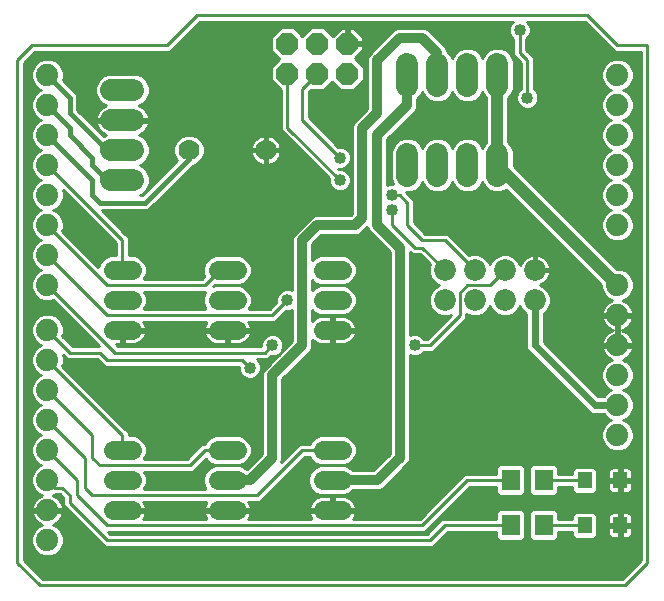
<source format=gtl>
G75*
%MOIN*%
%OFA0B0*%
%FSLAX24Y24*%
%IPPOS*%
%LPD*%
%AMOC8*
5,1,8,0,0,1.08239X$1,22.5*
%
%ADD10C,0.0100*%
%ADD11C,0.0740*%
%ADD12C,0.0728*%
%ADD13C,0.0640*%
%ADD14C,0.0700*%
%ADD15R,0.0472X0.0551*%
%ADD16OC8,0.0740*%
%ADD17R,0.0630X0.0709*%
%ADD18C,0.0740*%
%ADD19C,0.0400*%
%ADD20C,0.0240*%
%ADD21C,0.0400*%
%ADD22C,0.0320*%
%ADD23C,0.0160*%
D10*
X009083Y010752D02*
X028583Y010752D01*
X029333Y011502D01*
X029333Y028752D01*
X028333Y028752D01*
X027333Y029752D01*
X014333Y029752D01*
X013333Y028752D01*
X008833Y028752D01*
X008333Y028252D01*
X008333Y011502D01*
X009083Y010752D01*
X009174Y010972D02*
X008553Y011593D01*
X008553Y028161D01*
X008924Y028532D01*
X013424Y028532D01*
X014424Y029532D01*
X024840Y029532D01*
X024770Y029462D01*
X024713Y029326D01*
X024713Y029179D01*
X024770Y029043D01*
X024863Y028949D01*
X024863Y028411D01*
X024992Y028282D01*
X025113Y028161D01*
X025113Y027306D01*
X025020Y027212D01*
X024963Y027076D01*
X024963Y026929D01*
X025020Y026793D01*
X025124Y026689D01*
X025260Y026632D01*
X025407Y026632D01*
X025543Y026689D01*
X025647Y026793D01*
X025703Y026929D01*
X025703Y027076D01*
X025647Y027212D01*
X025553Y027306D01*
X025553Y028343D01*
X025303Y028593D01*
X025303Y028949D01*
X025397Y029043D01*
X025453Y029179D01*
X025453Y029326D01*
X025397Y029462D01*
X025327Y029532D01*
X027242Y029532D01*
X028113Y028661D01*
X028242Y028532D01*
X029113Y028532D01*
X029113Y011593D01*
X028492Y010972D01*
X009174Y010972D01*
X009099Y011048D02*
X028568Y011048D01*
X028666Y011146D02*
X009000Y011146D01*
X008902Y011245D02*
X028765Y011245D01*
X028863Y011343D02*
X008803Y011343D01*
X008705Y011442D02*
X028962Y011442D01*
X029060Y011540D02*
X008606Y011540D01*
X008553Y011639D02*
X029113Y011639D01*
X029113Y011737D02*
X009501Y011737D01*
X009441Y011712D02*
X009639Y011795D01*
X009791Y011946D01*
X009873Y012145D01*
X009873Y012360D01*
X009791Y012558D01*
X009639Y012710D01*
X009511Y012763D01*
X009533Y012770D01*
X009606Y012808D01*
X009672Y012856D01*
X009730Y012914D01*
X009778Y012980D01*
X009815Y013053D01*
X009841Y013131D01*
X009852Y013202D01*
X009383Y013202D01*
X009383Y013302D01*
X009852Y013302D01*
X009841Y013374D01*
X009815Y013452D01*
X009778Y013525D01*
X009730Y013591D01*
X009672Y013649D01*
X009606Y013697D01*
X009533Y013734D01*
X009511Y013741D01*
X009610Y013782D01*
X009742Y013782D01*
X009863Y013661D01*
X009863Y013411D01*
X011113Y012161D01*
X011242Y012032D01*
X022174Y012032D01*
X022674Y012532D01*
X024297Y012532D01*
X024297Y012328D01*
X022470Y012328D01*
X022372Y012230D02*
X024395Y012230D01*
X024397Y012228D02*
X025168Y012228D01*
X025267Y012328D01*
X025400Y012328D01*
X025499Y012228D01*
X026270Y012228D01*
X026369Y012328D01*
X026915Y012328D01*
X026936Y012307D02*
X027549Y012307D01*
X027649Y012406D01*
X027649Y013098D01*
X027549Y013198D01*
X026936Y013198D01*
X026837Y013098D01*
X026837Y012972D01*
X026369Y012972D01*
X026369Y013177D01*
X026270Y013277D01*
X025499Y013277D01*
X025400Y013177D01*
X025400Y012328D01*
X025400Y012427D02*
X025267Y012427D01*
X025267Y012525D02*
X025400Y012525D01*
X025400Y012624D02*
X025267Y012624D01*
X025267Y012722D02*
X025400Y012722D01*
X025400Y012821D02*
X025267Y012821D01*
X025267Y012919D02*
X025400Y012919D01*
X025400Y013018D02*
X025267Y013018D01*
X025267Y013116D02*
X025400Y013116D01*
X025437Y013215D02*
X025229Y013215D01*
X025267Y013177D02*
X025168Y013277D01*
X024397Y013277D01*
X024297Y013177D01*
X024297Y012972D01*
X022492Y012972D01*
X022363Y012843D01*
X021992Y012472D01*
X011424Y012472D01*
X011364Y012532D01*
X021924Y012532D01*
X023424Y014032D01*
X024297Y014032D01*
X024297Y013828D01*
X024397Y013728D01*
X025168Y013728D01*
X025267Y013828D01*
X025267Y014677D01*
X025168Y014777D01*
X024397Y014777D01*
X024297Y014677D01*
X024297Y014472D01*
X023242Y014472D01*
X023113Y014343D01*
X021742Y012972D01*
X019531Y012972D01*
X019555Y013006D01*
X019589Y013072D01*
X019612Y013142D01*
X019621Y013202D01*
X018883Y013202D01*
X018883Y013302D01*
X018783Y013302D01*
X018783Y013202D01*
X018045Y013202D01*
X018055Y013142D01*
X018078Y013072D01*
X018111Y013006D01*
X018136Y012972D01*
X016031Y012972D01*
X016055Y013006D01*
X016089Y013072D01*
X016112Y013142D01*
X016121Y013202D01*
X015383Y013202D01*
X015383Y013302D01*
X016121Y013302D01*
X016112Y013362D01*
X016089Y013433D01*
X016055Y013499D01*
X016031Y013532D01*
X016424Y013532D01*
X017924Y015032D01*
X018074Y015032D01*
X018098Y014975D01*
X018236Y014837D01*
X018416Y014762D01*
X019251Y014762D01*
X019431Y014837D01*
X019569Y014975D01*
X019643Y015155D01*
X019643Y015350D01*
X019569Y015530D01*
X019431Y015668D01*
X019251Y015742D01*
X018416Y015742D01*
X018236Y015668D01*
X018098Y015530D01*
X018074Y015472D01*
X017742Y015472D01*
X017613Y015343D01*
X017133Y014863D01*
X017163Y014937D01*
X017163Y017616D01*
X018020Y018473D01*
X018113Y018565D01*
X018163Y018687D01*
X018163Y018938D01*
X018207Y018894D01*
X018267Y018850D01*
X018333Y018817D01*
X018403Y018794D01*
X018476Y018782D01*
X018783Y018782D01*
X018783Y019202D01*
X018883Y019202D01*
X018883Y018782D01*
X019190Y018782D01*
X019263Y018794D01*
X019334Y018817D01*
X019400Y018850D01*
X019460Y018894D01*
X019512Y018946D01*
X019555Y019006D01*
X019589Y019072D01*
X019612Y019142D01*
X019621Y019202D01*
X018883Y019202D01*
X018883Y019302D01*
X018783Y019302D01*
X018783Y019722D01*
X018476Y019722D01*
X018403Y019711D01*
X018333Y019688D01*
X018267Y019654D01*
X018207Y019611D01*
X018163Y019567D01*
X018163Y019909D01*
X018236Y019837D01*
X018416Y019762D01*
X019251Y019762D01*
X019431Y019837D01*
X019569Y019975D01*
X019643Y020155D01*
X019643Y020350D01*
X019569Y020530D01*
X019431Y020668D01*
X019251Y020742D01*
X018416Y020742D01*
X018236Y020668D01*
X018163Y020595D01*
X018163Y020909D01*
X018236Y020837D01*
X018416Y020762D01*
X019251Y020762D01*
X019431Y020837D01*
X019569Y020975D01*
X019643Y021155D01*
X019643Y021350D01*
X019569Y021530D01*
X019431Y021668D01*
X019251Y021742D01*
X018416Y021742D01*
X018236Y021668D01*
X018163Y021595D01*
X018163Y022116D01*
X018470Y022422D01*
X019649Y022422D01*
X019770Y022473D01*
X019863Y022565D01*
X020003Y022706D01*
X020003Y022687D01*
X020054Y022565D01*
X020146Y022473D01*
X020753Y021866D01*
X020753Y015139D01*
X020197Y014582D01*
X019516Y014582D01*
X019431Y014668D01*
X019251Y014742D01*
X018416Y014742D01*
X018236Y014668D01*
X018098Y014530D01*
X018023Y014350D01*
X018023Y014155D01*
X018098Y013975D01*
X018236Y013837D01*
X018416Y013762D01*
X019251Y013762D01*
X019431Y013837D01*
X019516Y013922D01*
X020399Y013922D01*
X020520Y013973D01*
X021270Y014723D01*
X021363Y014815D01*
X021413Y014937D01*
X021413Y018422D01*
X021510Y018382D01*
X021657Y018382D01*
X021793Y018439D01*
X021887Y018532D01*
X022174Y018532D01*
X023174Y019532D01*
X023303Y019661D01*
X023303Y019790D01*
X023477Y019718D01*
X023690Y019718D01*
X023886Y019800D01*
X024036Y019950D01*
X024083Y020064D01*
X024130Y019950D01*
X024281Y019800D01*
X024477Y019718D01*
X024690Y019718D01*
X024886Y019800D01*
X025036Y019950D01*
X025083Y020064D01*
X025130Y019950D01*
X025281Y019800D01*
X025293Y019794D01*
X025293Y018695D01*
X025337Y018588D01*
X025419Y018507D01*
X027419Y016507D01*
X027526Y016462D01*
X027869Y016462D01*
X027876Y016446D01*
X028027Y016295D01*
X028129Y016252D01*
X028027Y016210D01*
X027876Y016058D01*
X027793Y015860D01*
X027793Y015645D01*
X027876Y015446D01*
X028027Y015295D01*
X028226Y015212D01*
X028441Y015212D01*
X028639Y015295D01*
X028791Y015446D01*
X028873Y015645D01*
X028873Y015860D01*
X028791Y016058D01*
X028639Y016210D01*
X028537Y016252D01*
X028639Y016295D01*
X028791Y016446D01*
X028873Y016645D01*
X028873Y016860D01*
X028791Y017058D01*
X028639Y017210D01*
X028537Y017252D01*
X028639Y017295D01*
X028791Y017446D01*
X028873Y017645D01*
X028873Y017860D01*
X028791Y018058D01*
X028639Y018210D01*
X028511Y018263D01*
X028533Y018270D01*
X028606Y018308D01*
X028672Y018356D01*
X028730Y018414D01*
X028778Y018480D01*
X028815Y018553D01*
X028841Y018631D01*
X028852Y018702D01*
X028383Y018702D01*
X028383Y018802D01*
X028852Y018802D01*
X028841Y018874D01*
X028815Y018952D01*
X028778Y019025D01*
X028730Y019091D01*
X028672Y019149D01*
X028606Y019197D01*
X028533Y019234D01*
X028477Y019252D01*
X028533Y019270D01*
X028606Y019308D01*
X028672Y019356D01*
X028730Y019414D01*
X028778Y019480D01*
X028815Y019553D01*
X028841Y019631D01*
X028852Y019702D01*
X028383Y019702D01*
X028383Y019234D01*
X028383Y018802D01*
X028283Y018802D01*
X028283Y018702D01*
X027815Y018702D01*
X027826Y018631D01*
X027851Y018553D01*
X027889Y018480D01*
X027937Y018414D01*
X027995Y018356D01*
X028061Y018308D01*
X028134Y018270D01*
X028156Y018263D01*
X028027Y018210D01*
X027876Y018058D01*
X027793Y017860D01*
X027793Y017645D01*
X027876Y017446D01*
X028027Y017295D01*
X028129Y017252D01*
X028027Y017210D01*
X027876Y017058D01*
X027869Y017042D01*
X027703Y017042D01*
X025873Y018872D01*
X025873Y019794D01*
X025886Y019800D01*
X026036Y019950D01*
X026118Y020146D01*
X026118Y020359D01*
X026036Y020555D01*
X025886Y020705D01*
X025744Y020764D01*
X025781Y020776D01*
X025853Y020813D01*
X025918Y020860D01*
X025976Y020917D01*
X026023Y020983D01*
X026060Y021055D01*
X026085Y021132D01*
X026098Y021212D01*
X026098Y021214D01*
X025622Y021214D01*
X025622Y021291D01*
X026098Y021291D01*
X026098Y021293D01*
X026085Y021373D01*
X026060Y021450D01*
X026023Y021522D01*
X025976Y021587D01*
X025918Y021645D01*
X025853Y021692D01*
X025781Y021729D01*
X025704Y021754D01*
X025624Y021767D01*
X025622Y021767D01*
X025622Y021291D01*
X025545Y021291D01*
X025545Y021767D01*
X025543Y021767D01*
X025463Y021754D01*
X025386Y021729D01*
X025314Y021692D01*
X025248Y021645D01*
X025191Y021587D01*
X025144Y021522D01*
X025107Y021450D01*
X025095Y021413D01*
X025036Y021555D01*
X024886Y021705D01*
X024690Y021787D01*
X024477Y021787D01*
X024281Y021705D01*
X024130Y021555D01*
X024083Y021441D01*
X024036Y021555D01*
X023886Y021705D01*
X023690Y021787D01*
X023477Y021787D01*
X023394Y021752D01*
X022674Y022472D01*
X021924Y022472D01*
X021553Y022843D01*
X021553Y023593D01*
X021424Y023722D01*
X021304Y023842D01*
X021441Y023842D01*
X021639Y023925D01*
X021791Y024076D01*
X021833Y024178D01*
X021876Y024076D01*
X022027Y023925D01*
X022226Y023842D01*
X022441Y023842D01*
X022639Y023925D01*
X022791Y024076D01*
X022833Y024178D01*
X022876Y024076D01*
X023027Y023925D01*
X023226Y023842D01*
X023441Y023842D01*
X023639Y023925D01*
X023791Y024076D01*
X023833Y024178D01*
X023876Y024076D01*
X024027Y023925D01*
X024226Y023842D01*
X024441Y023842D01*
X024638Y023924D01*
X027793Y020769D01*
X027793Y020645D01*
X027876Y020446D01*
X028027Y020295D01*
X028156Y020241D01*
X028134Y020234D01*
X028061Y020197D01*
X027995Y020149D01*
X027937Y020091D01*
X027889Y020025D01*
X027851Y019952D01*
X027826Y019874D01*
X027815Y019802D01*
X028283Y019802D01*
X028283Y019702D01*
X027815Y019702D01*
X027826Y019631D01*
X027851Y019553D01*
X027889Y019480D01*
X027937Y019414D01*
X027995Y019356D01*
X028061Y019308D01*
X028134Y019270D01*
X028189Y019252D01*
X028134Y019234D01*
X028061Y019197D01*
X027995Y019149D01*
X027937Y019091D01*
X027889Y019025D01*
X027851Y018952D01*
X027826Y018874D01*
X027815Y018802D01*
X028283Y018802D01*
X028283Y019702D01*
X028383Y019702D01*
X028383Y019802D01*
X028852Y019802D01*
X028841Y019874D01*
X028815Y019952D01*
X028778Y020025D01*
X028730Y020091D01*
X028672Y020149D01*
X028606Y020197D01*
X028533Y020234D01*
X028511Y020241D01*
X028639Y020295D01*
X028791Y020446D01*
X028873Y020645D01*
X028873Y020860D01*
X028791Y021058D01*
X028639Y021210D01*
X028441Y021292D01*
X028317Y021292D01*
X024873Y024736D01*
X024873Y025230D01*
X024791Y025428D01*
X024703Y025516D01*
X024703Y026989D01*
X024791Y027076D01*
X024873Y027275D01*
X024873Y028230D01*
X024791Y028428D01*
X024639Y028580D01*
X024441Y028662D01*
X024226Y028662D01*
X024027Y028580D01*
X023876Y028428D01*
X023833Y028326D01*
X023791Y028428D01*
X023639Y028580D01*
X023441Y028662D01*
X023226Y028662D01*
X023027Y028580D01*
X022876Y028428D01*
X022833Y028326D01*
X022791Y028428D01*
X022663Y028556D01*
X022663Y028568D01*
X022613Y028689D01*
X022520Y028782D01*
X022020Y029282D01*
X021899Y029332D01*
X021018Y029332D01*
X020896Y029282D01*
X020804Y029189D01*
X020054Y028439D01*
X020003Y028318D01*
X020003Y026639D01*
X019646Y026282D01*
X019554Y026189D01*
X019503Y026068D01*
X019503Y023139D01*
X019447Y023082D01*
X018268Y023082D01*
X018146Y023032D01*
X017554Y022439D01*
X017503Y022318D01*
X017503Y020582D01*
X017407Y020622D01*
X017260Y020622D01*
X017124Y020566D01*
X017020Y020462D01*
X016963Y020326D01*
X016963Y020193D01*
X016742Y019972D01*
X016066Y019972D01*
X016069Y019975D01*
X016143Y020155D01*
X016143Y020350D01*
X016069Y020530D01*
X015931Y020668D01*
X015751Y020742D01*
X014916Y020742D01*
X014862Y020720D01*
X014908Y020766D01*
X014916Y020762D01*
X015751Y020762D01*
X015931Y020837D01*
X016069Y020975D01*
X016143Y021155D01*
X016143Y021350D01*
X016069Y021530D01*
X015931Y021668D01*
X015751Y021742D01*
X014916Y021742D01*
X014736Y021668D01*
X014598Y021530D01*
X014523Y021350D01*
X014523Y021155D01*
X014568Y021048D01*
X014492Y020972D01*
X012566Y020972D01*
X012569Y020975D01*
X012643Y021155D01*
X012643Y021350D01*
X012569Y021530D01*
X012431Y021668D01*
X012251Y021742D01*
X012053Y021742D01*
X012053Y022343D01*
X011924Y022472D01*
X011144Y023252D01*
X012633Y023252D01*
X012725Y023290D01*
X014174Y024739D01*
X014348Y024812D01*
X014495Y024958D01*
X014574Y025149D01*
X014574Y025356D01*
X014495Y025547D01*
X014348Y025693D01*
X014157Y025772D01*
X013950Y025772D01*
X013759Y025693D01*
X013613Y025547D01*
X013534Y025356D01*
X013534Y025149D01*
X013613Y024958D01*
X013649Y024922D01*
X012480Y023752D01*
X012407Y023752D01*
X012509Y023795D01*
X012661Y023946D01*
X012743Y024145D01*
X012743Y024360D01*
X012661Y024558D01*
X012509Y024710D01*
X012407Y024752D01*
X012509Y024795D01*
X012661Y024946D01*
X012743Y025145D01*
X012743Y025360D01*
X012661Y025558D01*
X012509Y025710D01*
X012381Y025763D01*
X012403Y025770D01*
X012476Y025808D01*
X012542Y025856D01*
X012600Y025914D01*
X012648Y025980D01*
X012685Y026053D01*
X012711Y026131D01*
X012722Y026202D01*
X011883Y026202D01*
X011883Y026302D01*
X012722Y026302D01*
X012711Y026374D01*
X012685Y026452D01*
X012648Y026525D01*
X012600Y026591D01*
X012542Y026649D01*
X012476Y026697D01*
X012403Y026734D01*
X012381Y026741D01*
X012509Y026795D01*
X012661Y026946D01*
X012743Y027145D01*
X012743Y027360D01*
X012661Y027558D01*
X012509Y027710D01*
X012311Y027792D01*
X011356Y027792D01*
X011157Y027710D01*
X011006Y027558D01*
X010923Y027360D01*
X010923Y027145D01*
X011006Y026946D01*
X011157Y026795D01*
X011286Y026741D01*
X011264Y026734D01*
X011191Y026697D01*
X011125Y026649D01*
X011067Y026591D01*
X011019Y026525D01*
X010981Y026452D01*
X010956Y026374D01*
X010945Y026302D01*
X011783Y026302D01*
X011783Y026202D01*
X010945Y026202D01*
X010956Y026131D01*
X010981Y026053D01*
X011019Y025980D01*
X011067Y025914D01*
X011125Y025856D01*
X011191Y025808D01*
X011264Y025770D01*
X011286Y025763D01*
X011208Y025731D01*
X010333Y026606D01*
X010333Y027052D01*
X010295Y027144D01*
X010225Y027214D01*
X009850Y027589D01*
X009873Y027645D01*
X009873Y027860D01*
X009791Y028058D01*
X009639Y028210D01*
X009441Y028292D01*
X009226Y028292D01*
X009027Y028210D01*
X008876Y028058D01*
X008793Y027860D01*
X008793Y027645D01*
X008876Y027446D01*
X009027Y027295D01*
X009129Y027252D01*
X009027Y027210D01*
X008876Y027058D01*
X008793Y026860D01*
X008793Y026645D01*
X008876Y026446D01*
X009027Y026295D01*
X009129Y026252D01*
X009027Y026210D01*
X008876Y026058D01*
X008793Y025860D01*
X008793Y025645D01*
X008876Y025446D01*
X009027Y025295D01*
X009129Y025252D01*
X009027Y025210D01*
X008876Y025058D01*
X008793Y024860D01*
X008793Y024645D01*
X008876Y024446D01*
X009027Y024295D01*
X009129Y024252D01*
X009027Y024210D01*
X008876Y024058D01*
X008793Y023860D01*
X008793Y023645D01*
X008876Y023446D01*
X009027Y023295D01*
X009129Y023252D01*
X009027Y023210D01*
X008876Y023058D01*
X008793Y022860D01*
X008793Y022645D01*
X008876Y022446D01*
X009027Y022295D01*
X009129Y022252D01*
X009027Y022210D01*
X008876Y022058D01*
X008793Y021860D01*
X008793Y021645D01*
X008876Y021446D01*
X009027Y021295D01*
X009129Y021252D01*
X009027Y021210D01*
X008876Y021058D01*
X008793Y020860D01*
X008793Y020645D01*
X008876Y020446D01*
X009027Y020295D01*
X009226Y020212D01*
X009441Y020212D01*
X009527Y020248D01*
X011052Y018722D01*
X010174Y018722D01*
X009838Y019059D01*
X009873Y019145D01*
X009873Y019360D01*
X009791Y019558D01*
X009639Y019710D01*
X009441Y019792D01*
X009226Y019792D01*
X009027Y019710D01*
X008876Y019558D01*
X008793Y019360D01*
X008793Y019145D01*
X008876Y018946D01*
X009027Y018795D01*
X009129Y018752D01*
X009027Y018710D01*
X008876Y018558D01*
X008793Y018360D01*
X008793Y018145D01*
X008876Y017946D01*
X009027Y017795D01*
X009129Y017752D01*
X009027Y017710D01*
X008876Y017558D01*
X008793Y017360D01*
X008793Y017145D01*
X008876Y016946D01*
X009027Y016795D01*
X009129Y016752D01*
X009027Y016710D01*
X008876Y016558D01*
X008793Y016360D01*
X008793Y016145D01*
X008876Y015946D01*
X009027Y015795D01*
X009129Y015752D01*
X009027Y015710D01*
X008876Y015558D01*
X008793Y015360D01*
X008793Y015145D01*
X008876Y014946D01*
X009027Y014795D01*
X009129Y014752D01*
X009027Y014710D01*
X008876Y014558D01*
X008793Y014360D01*
X008793Y014145D01*
X008876Y013946D01*
X009027Y013795D01*
X009156Y013741D01*
X009134Y013734D01*
X009061Y013697D01*
X008995Y013649D01*
X008937Y013591D01*
X008889Y013525D01*
X008851Y013452D01*
X008826Y013374D01*
X008815Y013302D01*
X009283Y013302D01*
X009283Y013202D01*
X008815Y013202D01*
X008826Y013131D01*
X008851Y013053D01*
X008889Y012980D01*
X008937Y012914D01*
X008995Y012856D01*
X009061Y012808D01*
X009134Y012770D01*
X009156Y012763D01*
X009027Y012710D01*
X008876Y012558D01*
X008793Y012360D01*
X008793Y012145D01*
X008876Y011946D01*
X009027Y011795D01*
X009226Y011712D01*
X009441Y011712D01*
X009681Y011836D02*
X029113Y011836D01*
X029113Y011934D02*
X009779Y011934D01*
X009827Y012033D02*
X011242Y012033D01*
X011143Y012131D02*
X009868Y012131D01*
X009873Y012230D02*
X011045Y012230D01*
X010946Y012328D02*
X009873Y012328D01*
X009846Y012427D02*
X010848Y012427D01*
X010749Y012525D02*
X009805Y012525D01*
X009726Y012624D02*
X010651Y012624D01*
X010552Y012722D02*
X009610Y012722D01*
X009624Y012821D02*
X010454Y012821D01*
X010355Y012919D02*
X009734Y012919D01*
X009797Y013018D02*
X010257Y013018D01*
X010158Y013116D02*
X009836Y013116D01*
X009850Y013313D02*
X009961Y013313D01*
X009863Y013412D02*
X009828Y013412D01*
X009863Y013510D02*
X009785Y013510D01*
X009712Y013609D02*
X009863Y013609D01*
X009817Y013707D02*
X009586Y013707D01*
X009583Y014002D02*
X009833Y014002D01*
X010083Y013752D01*
X010083Y013502D01*
X011333Y012252D01*
X022083Y012252D01*
X022583Y012752D01*
X024782Y012752D01*
X024297Y012525D02*
X022667Y012525D01*
X022569Y012427D02*
X024297Y012427D01*
X024297Y012328D02*
X024397Y012228D01*
X024297Y013018D02*
X022410Y013018D01*
X022439Y012919D02*
X022311Y012919D01*
X022341Y012821D02*
X022213Y012821D01*
X022242Y012722D02*
X022114Y012722D01*
X022144Y012624D02*
X022016Y012624D01*
X022045Y012525D02*
X011371Y012525D01*
X011333Y012752D02*
X021833Y012752D01*
X023333Y014252D01*
X024782Y014252D01*
X025267Y014298D02*
X025400Y014298D01*
X025400Y014200D02*
X025267Y014200D01*
X025267Y014101D02*
X025400Y014101D01*
X025400Y014003D02*
X025267Y014003D01*
X025267Y013904D02*
X025400Y013904D01*
X025400Y013828D02*
X025499Y013728D01*
X026270Y013728D01*
X026369Y013828D01*
X026369Y014032D01*
X026837Y014032D01*
X026837Y013906D01*
X026936Y013807D01*
X027549Y013807D01*
X027649Y013906D01*
X027649Y014598D01*
X027549Y014698D01*
X026936Y014698D01*
X026837Y014598D01*
X026837Y014472D01*
X026369Y014472D01*
X026369Y014677D01*
X026270Y014777D01*
X025499Y014777D01*
X025400Y014677D01*
X025400Y013828D01*
X025421Y013806D02*
X025245Y013806D01*
X025267Y014397D02*
X025400Y014397D01*
X025400Y014495D02*
X025267Y014495D01*
X025267Y014594D02*
X025400Y014594D01*
X025415Y014692D02*
X025252Y014692D01*
X025885Y014252D02*
X027243Y014252D01*
X027649Y014298D02*
X028374Y014298D01*
X028374Y014302D02*
X028374Y014202D01*
X028474Y014202D01*
X028474Y013827D01*
X028680Y013827D01*
X028718Y013837D01*
X028752Y013857D01*
X028780Y013885D01*
X028800Y013919D01*
X028810Y013957D01*
X028810Y014202D01*
X028474Y014202D01*
X028474Y014302D01*
X028810Y014302D01*
X028810Y014548D01*
X028800Y014586D01*
X028780Y014620D01*
X028752Y014648D01*
X028718Y014668D01*
X028680Y014678D01*
X028474Y014678D01*
X028474Y014302D01*
X028374Y014302D01*
X028038Y014302D01*
X028038Y014548D01*
X028048Y014586D01*
X028068Y014620D01*
X028096Y014648D01*
X028130Y014668D01*
X028168Y014678D01*
X028374Y014678D01*
X028374Y014302D01*
X028374Y014397D02*
X028474Y014397D01*
X028474Y014495D02*
X028374Y014495D01*
X028374Y014594D02*
X028474Y014594D01*
X028474Y014298D02*
X029113Y014298D01*
X029113Y014200D02*
X028810Y014200D01*
X028810Y014101D02*
X029113Y014101D01*
X029113Y014003D02*
X028810Y014003D01*
X028792Y013904D02*
X029113Y013904D01*
X029113Y013806D02*
X026348Y013806D01*
X026369Y013904D02*
X026839Y013904D01*
X026837Y014003D02*
X026369Y014003D01*
X026332Y013215D02*
X029113Y013215D01*
X029113Y013313D02*
X022705Y013313D01*
X022607Y013215D02*
X024335Y013215D01*
X024297Y013116D02*
X022508Y013116D01*
X022804Y013412D02*
X029113Y013412D01*
X029113Y013510D02*
X022902Y013510D01*
X023001Y013609D02*
X029113Y013609D01*
X029113Y013707D02*
X023099Y013707D01*
X023198Y013806D02*
X024319Y013806D01*
X024297Y013904D02*
X023296Y013904D01*
X023395Y014003D02*
X024297Y014003D01*
X024297Y014495D02*
X021043Y014495D01*
X020945Y014397D02*
X023167Y014397D01*
X023068Y014298D02*
X020846Y014298D01*
X020748Y014200D02*
X022970Y014200D01*
X022871Y014101D02*
X020649Y014101D01*
X020551Y014003D02*
X022773Y014003D01*
X022674Y013904D02*
X019498Y013904D01*
X019356Y013806D02*
X022576Y013806D01*
X022477Y013707D02*
X019274Y013707D01*
X019263Y013711D02*
X019190Y013722D01*
X018883Y013722D01*
X018883Y013302D01*
X019621Y013302D01*
X019612Y013362D01*
X019589Y013433D01*
X019555Y013499D01*
X019512Y013559D01*
X019460Y013611D01*
X019400Y013654D01*
X019334Y013688D01*
X019263Y013711D01*
X019462Y013609D02*
X022379Y013609D01*
X022280Y013510D02*
X019547Y013510D01*
X019596Y013412D02*
X022182Y013412D01*
X022083Y013313D02*
X019620Y013313D01*
X019603Y013116D02*
X021886Y013116D01*
X021788Y013018D02*
X019561Y013018D01*
X018883Y013215D02*
X021985Y013215D01*
X022273Y012131D02*
X029113Y012131D01*
X029113Y012033D02*
X022175Y012033D01*
X021142Y014594D02*
X024297Y014594D01*
X024312Y014692D02*
X021240Y014692D01*
X021339Y014791D02*
X029113Y014791D01*
X029113Y014889D02*
X021394Y014889D01*
X021413Y014988D02*
X029113Y014988D01*
X029113Y015086D02*
X021413Y015086D01*
X021413Y015185D02*
X029113Y015185D01*
X029113Y015283D02*
X028612Y015283D01*
X028727Y015382D02*
X029113Y015382D01*
X029113Y015480D02*
X028805Y015480D01*
X028846Y015579D02*
X029113Y015579D01*
X029113Y015677D02*
X028873Y015677D01*
X028873Y015776D02*
X029113Y015776D01*
X029113Y015874D02*
X028867Y015874D01*
X028826Y015973D02*
X029113Y015973D01*
X029113Y016071D02*
X028778Y016071D01*
X028679Y016170D02*
X029113Y016170D01*
X029113Y016268D02*
X028576Y016268D01*
X028712Y016367D02*
X029113Y016367D01*
X029113Y016465D02*
X028799Y016465D01*
X028840Y016564D02*
X029113Y016564D01*
X029113Y016662D02*
X028873Y016662D01*
X028873Y016761D02*
X029113Y016761D01*
X029113Y016859D02*
X028873Y016859D01*
X028833Y016958D02*
X029113Y016958D01*
X029113Y017056D02*
X028792Y017056D01*
X028694Y017155D02*
X029113Y017155D01*
X029113Y017253D02*
X028540Y017253D01*
X028697Y017352D02*
X029113Y017352D01*
X029113Y017450D02*
X028793Y017450D01*
X028834Y017549D02*
X029113Y017549D01*
X029113Y017647D02*
X028873Y017647D01*
X028873Y017746D02*
X029113Y017746D01*
X029113Y017844D02*
X028873Y017844D01*
X028839Y017943D02*
X029113Y017943D01*
X029113Y018041D02*
X028798Y018041D01*
X028709Y018140D02*
X029113Y018140D01*
X029113Y018238D02*
X028571Y018238D01*
X028646Y018337D02*
X029113Y018337D01*
X029113Y018435D02*
X028746Y018435D01*
X028806Y018534D02*
X029113Y018534D01*
X029113Y018632D02*
X028841Y018632D01*
X028848Y018829D02*
X029113Y018829D01*
X029113Y018731D02*
X028383Y018731D01*
X028383Y018829D02*
X028283Y018829D01*
X028283Y018731D02*
X026015Y018731D01*
X025916Y018829D02*
X027819Y018829D01*
X027844Y018928D02*
X025873Y018928D01*
X025873Y019026D02*
X027890Y019026D01*
X027970Y019125D02*
X025873Y019125D01*
X025873Y019223D02*
X028112Y019223D01*
X028041Y019322D02*
X025873Y019322D01*
X025873Y019420D02*
X027932Y019420D01*
X027869Y019519D02*
X025873Y019519D01*
X025873Y019617D02*
X027830Y019617D01*
X027817Y019814D02*
X025901Y019814D01*
X025873Y019716D02*
X028283Y019716D01*
X028283Y019617D02*
X028383Y019617D01*
X028383Y019519D02*
X028283Y019519D01*
X028283Y019420D02*
X028383Y019420D01*
X028383Y019322D02*
X028283Y019322D01*
X028283Y019223D02*
X028383Y019223D01*
X028383Y019125D02*
X028283Y019125D01*
X028283Y019026D02*
X028383Y019026D01*
X028383Y018928D02*
X028283Y018928D01*
X028554Y019223D02*
X029113Y019223D01*
X029113Y019125D02*
X028696Y019125D01*
X028777Y019026D02*
X029113Y019026D01*
X029113Y018928D02*
X028823Y018928D01*
X028626Y019322D02*
X029113Y019322D01*
X029113Y019420D02*
X028735Y019420D01*
X028798Y019519D02*
X029113Y019519D01*
X029113Y019617D02*
X028836Y019617D01*
X028850Y019814D02*
X029113Y019814D01*
X029113Y019716D02*
X028383Y019716D01*
X028828Y019913D02*
X029113Y019913D01*
X029113Y020011D02*
X028785Y020011D01*
X028711Y020110D02*
X029113Y020110D01*
X029113Y020208D02*
X028584Y020208D01*
X028652Y020307D02*
X029113Y020307D01*
X029113Y020405D02*
X028750Y020405D01*
X028815Y020504D02*
X029113Y020504D01*
X029113Y020602D02*
X028856Y020602D01*
X028873Y020701D02*
X029113Y020701D01*
X029113Y020799D02*
X028873Y020799D01*
X028858Y020898D02*
X029113Y020898D01*
X029113Y020996D02*
X028817Y020996D01*
X028754Y021095D02*
X029113Y021095D01*
X029113Y021193D02*
X028656Y021193D01*
X028442Y021292D02*
X029113Y021292D01*
X029113Y021390D02*
X028219Y021390D01*
X028120Y021489D02*
X029113Y021489D01*
X029113Y021587D02*
X028022Y021587D01*
X027923Y021686D02*
X029113Y021686D01*
X029113Y021784D02*
X027825Y021784D01*
X027726Y021883D02*
X029113Y021883D01*
X029113Y021981D02*
X027628Y021981D01*
X027529Y022080D02*
X029113Y022080D01*
X029113Y022178D02*
X027431Y022178D01*
X027332Y022277D02*
X028070Y022277D01*
X028027Y022295D02*
X028226Y022212D01*
X028441Y022212D01*
X028639Y022295D01*
X028791Y022446D01*
X028873Y022645D01*
X028873Y022860D01*
X028791Y023058D01*
X028639Y023210D01*
X028537Y023252D01*
X028639Y023295D01*
X028791Y023446D01*
X028873Y023645D01*
X028873Y023860D01*
X028791Y024058D01*
X028639Y024210D01*
X028537Y024252D01*
X028639Y024295D01*
X028791Y024446D01*
X028873Y024645D01*
X028873Y024860D01*
X028791Y025058D01*
X028639Y025210D01*
X028537Y025252D01*
X028639Y025295D01*
X028791Y025446D01*
X028873Y025645D01*
X028873Y025860D01*
X028791Y026058D01*
X028639Y026210D01*
X028537Y026252D01*
X028639Y026295D01*
X028791Y026446D01*
X028873Y026645D01*
X028873Y026860D01*
X028791Y027058D01*
X028639Y027210D01*
X028537Y027252D01*
X028639Y027295D01*
X028791Y027446D01*
X028873Y027645D01*
X028873Y027860D01*
X028791Y028058D01*
X028639Y028210D01*
X028441Y028292D01*
X028226Y028292D01*
X028027Y028210D01*
X027876Y028058D01*
X027793Y027860D01*
X027793Y027645D01*
X027876Y027446D01*
X028027Y027295D01*
X028129Y027252D01*
X028027Y027210D01*
X027876Y027058D01*
X027793Y026860D01*
X027793Y026645D01*
X027876Y026446D01*
X028027Y026295D01*
X028129Y026252D01*
X028027Y026210D01*
X027876Y026058D01*
X027793Y025860D01*
X027793Y025645D01*
X027876Y025446D01*
X028027Y025295D01*
X028129Y025252D01*
X028027Y025210D01*
X027876Y025058D01*
X027793Y024860D01*
X027793Y024645D01*
X027876Y024446D01*
X028027Y024295D01*
X028129Y024252D01*
X028027Y024210D01*
X027876Y024058D01*
X027793Y023860D01*
X027793Y023645D01*
X027876Y023446D01*
X028027Y023295D01*
X028129Y023252D01*
X028027Y023210D01*
X027876Y023058D01*
X027793Y022860D01*
X027793Y022645D01*
X027876Y022446D01*
X028027Y022295D01*
X027947Y022375D02*
X027234Y022375D01*
X027135Y022474D02*
X027864Y022474D01*
X027823Y022572D02*
X027037Y022572D01*
X026938Y022671D02*
X027793Y022671D01*
X027793Y022769D02*
X026840Y022769D01*
X026741Y022868D02*
X027797Y022868D01*
X027837Y022966D02*
X026643Y022966D01*
X026544Y023065D02*
X027882Y023065D01*
X027981Y023163D02*
X026446Y023163D01*
X026347Y023262D02*
X028106Y023262D01*
X027962Y023360D02*
X026249Y023360D01*
X026150Y023459D02*
X027870Y023459D01*
X027830Y023557D02*
X026052Y023557D01*
X025953Y023656D02*
X027793Y023656D01*
X027793Y023754D02*
X025855Y023754D01*
X025756Y023853D02*
X027793Y023853D01*
X027831Y023951D02*
X025658Y023951D01*
X025559Y024050D02*
X027872Y024050D01*
X027966Y024148D02*
X025461Y024148D01*
X025362Y024247D02*
X028116Y024247D01*
X027977Y024345D02*
X025264Y024345D01*
X025165Y024444D02*
X027878Y024444D01*
X027836Y024542D02*
X025067Y024542D01*
X024968Y024641D02*
X027795Y024641D01*
X027793Y024739D02*
X024873Y024739D01*
X024873Y024838D02*
X027793Y024838D01*
X027825Y024936D02*
X024873Y024936D01*
X024873Y025035D02*
X027866Y025035D01*
X027951Y025133D02*
X024873Y025133D01*
X024872Y025232D02*
X028080Y025232D01*
X027992Y025330D02*
X024832Y025330D01*
X024790Y025429D02*
X027893Y025429D01*
X027842Y025527D02*
X024703Y025527D01*
X024703Y025626D02*
X027801Y025626D01*
X027793Y025724D02*
X024703Y025724D01*
X024703Y025823D02*
X027793Y025823D01*
X027819Y025921D02*
X024703Y025921D01*
X024703Y026020D02*
X027860Y026020D01*
X027936Y026118D02*
X024703Y026118D01*
X024703Y026217D02*
X028044Y026217D01*
X028007Y026315D02*
X024703Y026315D01*
X024703Y026414D02*
X027908Y026414D01*
X027848Y026512D02*
X024703Y026512D01*
X024703Y026611D02*
X027807Y026611D01*
X027793Y026709D02*
X025564Y026709D01*
X025653Y026808D02*
X027793Y026808D01*
X027813Y026906D02*
X025694Y026906D01*
X025703Y027005D02*
X027853Y027005D01*
X027921Y027103D02*
X025692Y027103D01*
X025651Y027202D02*
X028019Y027202D01*
X028022Y027300D02*
X025559Y027300D01*
X025553Y027399D02*
X027923Y027399D01*
X027854Y027497D02*
X025553Y027497D01*
X025553Y027596D02*
X027814Y027596D01*
X027793Y027694D02*
X025553Y027694D01*
X025553Y027793D02*
X027793Y027793D01*
X027806Y027891D02*
X025553Y027891D01*
X025553Y027990D02*
X027847Y027990D01*
X027906Y028088D02*
X025553Y028088D01*
X025553Y028187D02*
X028004Y028187D01*
X028209Y028285D02*
X025553Y028285D01*
X025513Y028384D02*
X029113Y028384D01*
X029113Y028482D02*
X025414Y028482D01*
X025316Y028581D02*
X028194Y028581D01*
X028095Y028679D02*
X025303Y028679D01*
X025303Y028778D02*
X027997Y028778D01*
X027898Y028876D02*
X025303Y028876D01*
X025329Y028975D02*
X027800Y028975D01*
X027701Y029073D02*
X025410Y029073D01*
X025450Y029172D02*
X027603Y029172D01*
X027504Y029270D02*
X025453Y029270D01*
X025436Y029369D02*
X027406Y029369D01*
X027307Y029467D02*
X025392Y029467D01*
X025083Y029252D02*
X025083Y028502D01*
X025333Y028252D01*
X025333Y027002D01*
X024963Y027005D02*
X024720Y027005D01*
X024703Y026906D02*
X024973Y026906D01*
X025013Y026808D02*
X024703Y026808D01*
X024703Y026709D02*
X025103Y026709D01*
X024975Y027103D02*
X024802Y027103D01*
X024843Y027202D02*
X025016Y027202D01*
X025108Y027300D02*
X024873Y027300D01*
X024873Y027399D02*
X025113Y027399D01*
X025113Y027497D02*
X024873Y027497D01*
X024873Y027596D02*
X025113Y027596D01*
X025113Y027694D02*
X024873Y027694D01*
X024873Y027793D02*
X025113Y027793D01*
X025113Y027891D02*
X024873Y027891D01*
X024873Y027990D02*
X025113Y027990D01*
X025113Y028088D02*
X024873Y028088D01*
X024873Y028187D02*
X025088Y028187D01*
X024989Y028285D02*
X024850Y028285D01*
X024809Y028384D02*
X024891Y028384D01*
X024863Y028482D02*
X024737Y028482D01*
X024637Y028581D02*
X024863Y028581D01*
X024863Y028679D02*
X022617Y028679D01*
X022658Y028581D02*
X023029Y028581D01*
X022930Y028482D02*
X022737Y028482D01*
X022809Y028384D02*
X022857Y028384D01*
X022524Y028778D02*
X024863Y028778D01*
X024863Y028876D02*
X022426Y028876D01*
X022327Y028975D02*
X024838Y028975D01*
X024757Y029073D02*
X022229Y029073D01*
X022130Y029172D02*
X024716Y029172D01*
X024713Y029270D02*
X022032Y029270D01*
X020885Y029270D02*
X019601Y029270D01*
X019549Y029322D02*
X019383Y029322D01*
X019383Y028852D01*
X019853Y028852D01*
X019853Y029018D01*
X019549Y029322D01*
X019383Y029270D02*
X019283Y029270D01*
X019283Y029322D02*
X019118Y029322D01*
X018847Y029052D01*
X018557Y029342D01*
X018110Y029342D01*
X017833Y029066D01*
X017557Y029342D01*
X017110Y029342D01*
X016793Y029026D01*
X016793Y028579D01*
X017070Y028302D01*
X016793Y028026D01*
X016793Y027579D01*
X017110Y027262D01*
X017113Y027262D01*
X017113Y025911D01*
X017242Y025782D01*
X017242Y025782D01*
X018713Y024311D01*
X018713Y024179D01*
X018770Y024043D01*
X018874Y023939D01*
X019010Y023882D01*
X019157Y023882D01*
X019293Y023939D01*
X019397Y024043D01*
X019453Y024179D01*
X019453Y024326D01*
X019397Y024462D01*
X019293Y024566D01*
X019157Y024622D01*
X019024Y024622D01*
X019014Y024632D01*
X019157Y024632D01*
X019293Y024689D01*
X019397Y024793D01*
X019453Y024929D01*
X019453Y025076D01*
X019397Y025212D01*
X019293Y025316D01*
X019157Y025372D01*
X019024Y025372D01*
X018053Y026343D01*
X018053Y027211D01*
X018107Y027265D01*
X018110Y027262D01*
X018557Y027262D01*
X018833Y027539D01*
X019110Y027262D01*
X019557Y027262D01*
X019873Y027579D01*
X019873Y028026D01*
X019583Y028317D01*
X019853Y028587D01*
X019853Y028752D01*
X019383Y028752D01*
X019383Y028852D01*
X019283Y028852D01*
X019283Y029322D01*
X019283Y029172D02*
X019383Y029172D01*
X019383Y029073D02*
X019283Y029073D01*
X019283Y028975D02*
X019383Y028975D01*
X019383Y028876D02*
X019283Y028876D01*
X019383Y028778D02*
X020392Y028778D01*
X020294Y028679D02*
X019853Y028679D01*
X019847Y028581D02*
X020195Y028581D01*
X020097Y028482D02*
X019749Y028482D01*
X019650Y028384D02*
X020031Y028384D01*
X020003Y028285D02*
X019614Y028285D01*
X019712Y028187D02*
X020003Y028187D01*
X020003Y028088D02*
X019811Y028088D01*
X019873Y027990D02*
X020003Y027990D01*
X020003Y027891D02*
X019873Y027891D01*
X019873Y027793D02*
X020003Y027793D01*
X020003Y027694D02*
X019873Y027694D01*
X019873Y027596D02*
X020003Y027596D01*
X020003Y027497D02*
X019792Y027497D01*
X019694Y027399D02*
X020003Y027399D01*
X020003Y027300D02*
X019595Y027300D01*
X020003Y027202D02*
X018053Y027202D01*
X018053Y027103D02*
X020003Y027103D01*
X020003Y027005D02*
X018053Y027005D01*
X018053Y026906D02*
X020003Y026906D01*
X020003Y026808D02*
X018053Y026808D01*
X018053Y026709D02*
X020003Y026709D01*
X019975Y026611D02*
X018053Y026611D01*
X018053Y026512D02*
X019877Y026512D01*
X019778Y026414D02*
X018053Y026414D01*
X018081Y026315D02*
X019680Y026315D01*
X019581Y026217D02*
X018180Y026217D01*
X018278Y026118D02*
X019524Y026118D01*
X019503Y026020D02*
X018377Y026020D01*
X018475Y025921D02*
X019503Y025921D01*
X019503Y025823D02*
X018574Y025823D01*
X018672Y025724D02*
X019503Y025724D01*
X019503Y025626D02*
X018771Y025626D01*
X018869Y025527D02*
X019503Y025527D01*
X019503Y025429D02*
X018968Y025429D01*
X019258Y025330D02*
X019503Y025330D01*
X019503Y025232D02*
X019377Y025232D01*
X019430Y025133D02*
X019503Y025133D01*
X019503Y025035D02*
X019453Y025035D01*
X019453Y024936D02*
X019503Y024936D01*
X019503Y024838D02*
X019416Y024838D01*
X019344Y024739D02*
X019503Y024739D01*
X019503Y024641D02*
X019178Y024641D01*
X019317Y024542D02*
X019503Y024542D01*
X019503Y024444D02*
X019404Y024444D01*
X019445Y024345D02*
X019503Y024345D01*
X019503Y024247D02*
X019453Y024247D01*
X019441Y024148D02*
X019503Y024148D01*
X019503Y024050D02*
X019400Y024050D01*
X019306Y023951D02*
X019503Y023951D01*
X019503Y023853D02*
X013287Y023853D01*
X013189Y023754D02*
X019503Y023754D01*
X019503Y023656D02*
X013090Y023656D01*
X012992Y023557D02*
X019503Y023557D01*
X019503Y023459D02*
X012893Y023459D01*
X012795Y023360D02*
X019503Y023360D01*
X019503Y023262D02*
X012656Y023262D01*
X012482Y023754D02*
X012412Y023754D01*
X012568Y023853D02*
X012580Y023853D01*
X012663Y023951D02*
X012679Y023951D01*
X012704Y024050D02*
X012777Y024050D01*
X012743Y024148D02*
X012876Y024148D01*
X012974Y024247D02*
X012743Y024247D01*
X012743Y024345D02*
X013073Y024345D01*
X013171Y024444D02*
X012708Y024444D01*
X012668Y024542D02*
X013270Y024542D01*
X013368Y024641D02*
X012578Y024641D01*
X012439Y024739D02*
X013467Y024739D01*
X013565Y024838D02*
X012553Y024838D01*
X012651Y024936D02*
X013634Y024936D01*
X013581Y025035D02*
X012698Y025035D01*
X012739Y025133D02*
X013540Y025133D01*
X013534Y025232D02*
X012743Y025232D01*
X012743Y025330D02*
X013534Y025330D01*
X013564Y025429D02*
X012715Y025429D01*
X012674Y025527D02*
X013605Y025527D01*
X013692Y025626D02*
X012593Y025626D01*
X012475Y025724D02*
X013835Y025724D01*
X014273Y025724D02*
X016448Y025724D01*
X016421Y025716D02*
X016351Y025680D01*
X016287Y025634D01*
X016231Y025578D01*
X016185Y025514D01*
X016149Y025444D01*
X016125Y025369D01*
X016113Y025292D01*
X016113Y025291D01*
X016574Y025291D01*
X016574Y025214D01*
X016113Y025214D01*
X016113Y025213D01*
X016125Y025135D01*
X016149Y025060D01*
X016185Y024990D01*
X016231Y024927D01*
X016287Y024871D01*
X016351Y024825D01*
X016421Y024789D01*
X016496Y024765D01*
X016574Y024752D01*
X016574Y025214D01*
X016651Y025214D01*
X016651Y024752D01*
X016652Y024752D01*
X016730Y024765D01*
X016805Y024789D01*
X016875Y024825D01*
X016939Y024871D01*
X016994Y024927D01*
X017040Y024990D01*
X017076Y025060D01*
X017101Y025135D01*
X017113Y025213D01*
X017113Y025214D01*
X016651Y025214D01*
X016651Y025291D01*
X016574Y025291D01*
X016574Y025752D01*
X016574Y025752D01*
X016496Y025740D01*
X016421Y025716D01*
X016574Y025724D02*
X016651Y025724D01*
X016652Y025752D02*
X016651Y025752D01*
X016651Y025291D01*
X017113Y025291D01*
X017113Y025292D01*
X017101Y025369D01*
X017076Y025444D01*
X017040Y025514D01*
X016994Y025578D01*
X016939Y025634D01*
X016875Y025680D01*
X016805Y025716D01*
X016730Y025740D01*
X016652Y025752D01*
X016651Y025626D02*
X016574Y025626D01*
X016574Y025527D02*
X016651Y025527D01*
X016651Y025429D02*
X016574Y025429D01*
X016574Y025330D02*
X016651Y025330D01*
X016651Y025232D02*
X017793Y025232D01*
X017891Y025133D02*
X017100Y025133D01*
X017063Y025035D02*
X017990Y025035D01*
X018088Y024936D02*
X017001Y024936D01*
X016893Y024838D02*
X018187Y024838D01*
X018285Y024739D02*
X014174Y024739D01*
X014075Y024641D02*
X018384Y024641D01*
X018482Y024542D02*
X013977Y024542D01*
X013878Y024444D02*
X018581Y024444D01*
X018679Y024345D02*
X013780Y024345D01*
X013681Y024247D02*
X018713Y024247D01*
X018726Y024148D02*
X013583Y024148D01*
X013484Y024050D02*
X018767Y024050D01*
X018861Y023951D02*
X013386Y023951D01*
X014375Y024838D02*
X016333Y024838D01*
X016224Y024936D02*
X014473Y024936D01*
X014527Y025035D02*
X016163Y025035D01*
X016126Y025133D02*
X014567Y025133D01*
X014574Y025232D02*
X016574Y025232D01*
X016574Y025133D02*
X016651Y025133D01*
X016651Y025035D02*
X016574Y025035D01*
X016574Y024936D02*
X016651Y024936D01*
X016651Y024838D02*
X016574Y024838D01*
X016574Y024752D02*
X016574Y024752D01*
X016119Y025330D02*
X014574Y025330D01*
X014544Y025429D02*
X016144Y025429D01*
X016195Y025527D02*
X014503Y025527D01*
X014416Y025626D02*
X016279Y025626D01*
X016778Y025724D02*
X017300Y025724D01*
X017399Y025626D02*
X016946Y025626D01*
X017031Y025527D02*
X017497Y025527D01*
X017596Y025429D02*
X017081Y025429D01*
X017107Y025330D02*
X017694Y025330D01*
X017202Y025823D02*
X012497Y025823D01*
X012606Y025921D02*
X017113Y025921D01*
X017113Y026020D02*
X012668Y026020D01*
X012707Y026118D02*
X017113Y026118D01*
X017113Y026217D02*
X011883Y026217D01*
X011783Y026217D02*
X010722Y026217D01*
X010624Y026315D02*
X010947Y026315D01*
X010969Y026414D02*
X010525Y026414D01*
X010427Y026512D02*
X011012Y026512D01*
X011086Y026611D02*
X010333Y026611D01*
X010333Y026709D02*
X011215Y026709D01*
X011144Y026808D02*
X010333Y026808D01*
X010333Y026906D02*
X011046Y026906D01*
X010981Y027005D02*
X010333Y027005D01*
X010312Y027103D02*
X010941Y027103D01*
X010923Y027202D02*
X010237Y027202D01*
X010139Y027300D02*
X010923Y027300D01*
X010940Y027399D02*
X010040Y027399D01*
X009942Y027497D02*
X010980Y027497D01*
X011043Y027596D02*
X009853Y027596D01*
X009873Y027694D02*
X011142Y027694D01*
X009873Y027793D02*
X016793Y027793D01*
X016793Y027891D02*
X009860Y027891D01*
X009819Y027990D02*
X016793Y027990D01*
X016856Y028088D02*
X009761Y028088D01*
X009662Y028187D02*
X016954Y028187D01*
X017053Y028285D02*
X009458Y028285D01*
X009209Y028285D02*
X008678Y028285D01*
X008776Y028384D02*
X016988Y028384D01*
X016890Y028482D02*
X008875Y028482D01*
X009004Y028187D02*
X008579Y028187D01*
X008553Y028088D02*
X008906Y028088D01*
X008847Y027990D02*
X008553Y027990D01*
X008553Y027891D02*
X008806Y027891D01*
X008793Y027793D02*
X008553Y027793D01*
X008553Y027694D02*
X008793Y027694D01*
X008814Y027596D02*
X008553Y027596D01*
X008553Y027497D02*
X008854Y027497D01*
X008923Y027399D02*
X008553Y027399D01*
X008553Y027300D02*
X009022Y027300D01*
X009019Y027202D02*
X008553Y027202D01*
X008553Y027103D02*
X008921Y027103D01*
X008853Y027005D02*
X008553Y027005D01*
X008553Y026906D02*
X008813Y026906D01*
X008793Y026808D02*
X008553Y026808D01*
X008553Y026709D02*
X008793Y026709D01*
X008807Y026611D02*
X008553Y026611D01*
X008553Y026512D02*
X008848Y026512D01*
X008908Y026414D02*
X008553Y026414D01*
X008553Y026315D02*
X009007Y026315D01*
X009044Y026217D02*
X008553Y026217D01*
X008553Y026118D02*
X008936Y026118D01*
X008860Y026020D02*
X008553Y026020D01*
X008553Y025921D02*
X008819Y025921D01*
X008793Y025823D02*
X008553Y025823D01*
X008553Y025724D02*
X008793Y025724D01*
X008801Y025626D02*
X008553Y025626D01*
X008553Y025527D02*
X008842Y025527D01*
X008893Y025429D02*
X008553Y025429D01*
X008553Y025330D02*
X008992Y025330D01*
X009080Y025232D02*
X008553Y025232D01*
X008553Y025133D02*
X008951Y025133D01*
X008866Y025035D02*
X008553Y025035D01*
X008553Y024936D02*
X008825Y024936D01*
X008793Y024838D02*
X008553Y024838D01*
X008553Y024739D02*
X008793Y024739D01*
X008795Y024641D02*
X008553Y024641D01*
X008553Y024542D02*
X008836Y024542D01*
X008878Y024444D02*
X008553Y024444D01*
X008553Y024345D02*
X008977Y024345D01*
X009116Y024247D02*
X008553Y024247D01*
X008553Y024148D02*
X008966Y024148D01*
X008872Y024050D02*
X008553Y024050D01*
X008553Y023951D02*
X008831Y023951D01*
X008793Y023853D02*
X008553Y023853D01*
X008553Y023754D02*
X008793Y023754D01*
X008793Y023656D02*
X008553Y023656D01*
X008553Y023557D02*
X008830Y023557D01*
X008870Y023459D02*
X008553Y023459D01*
X008553Y023360D02*
X008962Y023360D01*
X009106Y023262D02*
X008553Y023262D01*
X008553Y023163D02*
X008981Y023163D01*
X008882Y023065D02*
X008553Y023065D01*
X008553Y022966D02*
X008837Y022966D01*
X008797Y022868D02*
X008553Y022868D01*
X008553Y022769D02*
X008793Y022769D01*
X008793Y022671D02*
X008553Y022671D01*
X008553Y022572D02*
X008823Y022572D01*
X008864Y022474D02*
X008553Y022474D01*
X008553Y022375D02*
X008947Y022375D01*
X009070Y022277D02*
X008553Y022277D01*
X008553Y022178D02*
X008996Y022178D01*
X008897Y022080D02*
X008553Y022080D01*
X008553Y021981D02*
X008844Y021981D01*
X008803Y021883D02*
X008553Y021883D01*
X008553Y021784D02*
X008793Y021784D01*
X008793Y021686D02*
X008553Y021686D01*
X008553Y021587D02*
X008817Y021587D01*
X008858Y021489D02*
X008553Y021489D01*
X008553Y021390D02*
X008932Y021390D01*
X009034Y021292D02*
X008553Y021292D01*
X008553Y021193D02*
X009011Y021193D01*
X008912Y021095D02*
X008553Y021095D01*
X008553Y020996D02*
X008850Y020996D01*
X008809Y020898D02*
X008553Y020898D01*
X008553Y020799D02*
X008793Y020799D01*
X008793Y020701D02*
X008553Y020701D01*
X008553Y020602D02*
X008811Y020602D01*
X008852Y020504D02*
X008553Y020504D01*
X008553Y020405D02*
X008917Y020405D01*
X009015Y020307D02*
X008553Y020307D01*
X008553Y020208D02*
X009566Y020208D01*
X009665Y020110D02*
X008553Y020110D01*
X008553Y020011D02*
X009763Y020011D01*
X009862Y019913D02*
X008553Y019913D01*
X008553Y019814D02*
X009960Y019814D01*
X010059Y019716D02*
X009625Y019716D01*
X009732Y019617D02*
X010157Y019617D01*
X010256Y019519D02*
X009807Y019519D01*
X009848Y019420D02*
X010354Y019420D01*
X010453Y019322D02*
X009873Y019322D01*
X009873Y019223D02*
X010551Y019223D01*
X010650Y019125D02*
X009865Y019125D01*
X009870Y019026D02*
X010748Y019026D01*
X010847Y018928D02*
X009969Y018928D01*
X010067Y018829D02*
X010945Y018829D01*
X011044Y018731D02*
X010166Y018731D01*
X010083Y018502D02*
X011083Y018502D01*
X011333Y018252D01*
X015833Y018252D01*
X016083Y018002D01*
X015817Y017746D02*
X010151Y017746D01*
X010052Y017844D02*
X015748Y017844D01*
X015770Y017793D02*
X015874Y017689D01*
X016010Y017632D01*
X016157Y017632D01*
X016293Y017689D01*
X016397Y017793D01*
X016453Y017929D01*
X016453Y018076D01*
X016397Y018212D01*
X016327Y018282D01*
X016674Y018282D01*
X016774Y018382D01*
X016907Y018382D01*
X017043Y018439D01*
X017147Y018543D01*
X017203Y018679D01*
X017203Y018826D01*
X017147Y018962D01*
X017043Y019066D01*
X016907Y019122D01*
X016760Y019122D01*
X016624Y019066D01*
X016520Y018962D01*
X016463Y018826D01*
X016463Y018722D01*
X011674Y018722D01*
X011614Y018782D01*
X011783Y018782D01*
X011783Y019202D01*
X011883Y019202D01*
X011883Y018782D01*
X012190Y018782D01*
X012263Y018794D01*
X012334Y018817D01*
X012400Y018850D01*
X012460Y018894D01*
X012512Y018946D01*
X012555Y019006D01*
X012589Y019072D01*
X012612Y019142D01*
X012621Y019202D01*
X011883Y019202D01*
X011883Y019302D01*
X012621Y019302D01*
X012612Y019362D01*
X012589Y019433D01*
X012555Y019499D01*
X012531Y019532D01*
X014636Y019532D01*
X014611Y019499D01*
X014578Y019433D01*
X014555Y019362D01*
X014545Y019302D01*
X015283Y019302D01*
X015283Y019202D01*
X015383Y019202D01*
X015383Y018782D01*
X015690Y018782D01*
X015763Y018794D01*
X015834Y018817D01*
X015900Y018850D01*
X015960Y018894D01*
X016012Y018946D01*
X016055Y019006D01*
X016089Y019072D01*
X016112Y019142D01*
X016121Y019202D01*
X015383Y019202D01*
X015383Y019302D01*
X016121Y019302D01*
X016112Y019362D01*
X016089Y019433D01*
X016055Y019499D01*
X016031Y019532D01*
X016924Y019532D01*
X017274Y019882D01*
X017407Y019882D01*
X017503Y019922D01*
X017503Y018889D01*
X016646Y018032D01*
X016554Y017939D01*
X016503Y017818D01*
X016503Y015139D01*
X015981Y014617D01*
X015931Y014668D01*
X015751Y014742D01*
X014916Y014742D01*
X014736Y014668D01*
X014598Y014530D01*
X014523Y014350D01*
X014523Y014155D01*
X014598Y013975D01*
X014600Y013972D01*
X012566Y013972D01*
X012569Y013975D01*
X012643Y014155D01*
X012643Y014350D01*
X012569Y014530D01*
X012566Y014532D01*
X014174Y014532D01*
X014607Y014965D01*
X014736Y014837D01*
X014916Y014762D01*
X015751Y014762D01*
X015931Y014837D01*
X016069Y014975D01*
X016143Y015155D01*
X016143Y015350D01*
X016069Y015530D01*
X015931Y015668D01*
X015751Y015742D01*
X014916Y015742D01*
X014736Y015668D01*
X014598Y015530D01*
X014574Y015472D01*
X014492Y015472D01*
X014363Y015343D01*
X013992Y014972D01*
X012566Y014972D01*
X012569Y014975D01*
X012643Y015155D01*
X012643Y015350D01*
X012569Y015530D01*
X012431Y015668D01*
X012251Y015742D01*
X012053Y015742D01*
X012053Y015843D01*
X011924Y015972D01*
X009838Y018059D01*
X009873Y018145D01*
X009873Y018360D01*
X009844Y018431D01*
X009863Y018411D01*
X009992Y018282D01*
X010992Y018282D01*
X011113Y018161D01*
X011242Y018032D01*
X015713Y018032D01*
X015713Y017929D01*
X015770Y017793D01*
X015713Y017943D02*
X009954Y017943D01*
X009855Y018041D02*
X011233Y018041D01*
X011135Y018140D02*
X009871Y018140D01*
X009873Y018238D02*
X011036Y018238D01*
X011583Y018502D02*
X016583Y018502D01*
X016833Y018752D01*
X016463Y018731D02*
X011666Y018731D01*
X011783Y018829D02*
X011883Y018829D01*
X011883Y018928D02*
X011783Y018928D01*
X011783Y019026D02*
X011883Y019026D01*
X011883Y019125D02*
X011783Y019125D01*
X011883Y019223D02*
X015283Y019223D01*
X015283Y019202D02*
X014545Y019202D01*
X014555Y019142D01*
X014578Y019072D01*
X014611Y019006D01*
X014655Y018946D01*
X014707Y018894D01*
X014767Y018850D01*
X014833Y018817D01*
X014903Y018794D01*
X014976Y018782D01*
X015283Y018782D01*
X015283Y019202D01*
X015283Y019125D02*
X015383Y019125D01*
X015383Y019223D02*
X017503Y019223D01*
X017503Y019125D02*
X016106Y019125D01*
X016066Y019026D02*
X016584Y019026D01*
X016506Y018928D02*
X015994Y018928D01*
X015858Y018829D02*
X016465Y018829D01*
X016729Y018337D02*
X016951Y018337D01*
X017035Y018435D02*
X017050Y018435D01*
X017138Y018534D02*
X017148Y018534D01*
X017184Y018632D02*
X017247Y018632D01*
X017203Y018731D02*
X017345Y018731D01*
X017444Y018829D02*
X017202Y018829D01*
X017161Y018928D02*
X017503Y018928D01*
X017503Y019026D02*
X017083Y019026D01*
X017503Y019322D02*
X016118Y019322D01*
X016093Y019420D02*
X017503Y019420D01*
X017503Y019519D02*
X016041Y019519D01*
X016084Y020011D02*
X016781Y020011D01*
X016880Y020110D02*
X016125Y020110D01*
X016143Y020208D02*
X016963Y020208D01*
X016963Y020307D02*
X016143Y020307D01*
X016120Y020405D02*
X016996Y020405D01*
X017062Y020504D02*
X016080Y020504D01*
X015996Y020602D02*
X017212Y020602D01*
X017455Y020602D02*
X017503Y020602D01*
X017503Y020701D02*
X015851Y020701D01*
X015840Y020799D02*
X017503Y020799D01*
X017503Y020898D02*
X015992Y020898D01*
X016078Y020996D02*
X017503Y020996D01*
X017503Y021095D02*
X016118Y021095D01*
X016143Y021193D02*
X017503Y021193D01*
X017503Y021292D02*
X016143Y021292D01*
X016127Y021390D02*
X017503Y021390D01*
X017503Y021489D02*
X016086Y021489D01*
X016011Y021587D02*
X017503Y021587D01*
X017503Y021686D02*
X015887Y021686D01*
X015333Y021252D02*
X015083Y021252D01*
X014583Y020752D01*
X011333Y020752D01*
X009333Y022752D01*
X009838Y022559D02*
X009873Y022645D01*
X009873Y022860D01*
X009791Y023058D01*
X009639Y023210D01*
X009537Y023252D01*
X009639Y023295D01*
X009791Y023446D01*
X009873Y023645D01*
X009873Y023860D01*
X009844Y023931D01*
X011613Y022161D01*
X011613Y021742D01*
X011416Y021742D01*
X011236Y021668D01*
X011098Y021530D01*
X011030Y021367D01*
X009838Y022559D01*
X009843Y022572D02*
X011202Y022572D01*
X011301Y022474D02*
X009923Y022474D01*
X010021Y022375D02*
X011399Y022375D01*
X011498Y022277D02*
X010120Y022277D01*
X010218Y022178D02*
X011596Y022178D01*
X011613Y022080D02*
X010317Y022080D01*
X010415Y021981D02*
X011613Y021981D01*
X011613Y021883D02*
X010514Y021883D01*
X010612Y021784D02*
X011613Y021784D01*
X011280Y021686D02*
X010711Y021686D01*
X010809Y021587D02*
X011155Y021587D01*
X011081Y021489D02*
X010908Y021489D01*
X011006Y021390D02*
X011040Y021390D01*
X011833Y021252D02*
X011833Y022252D01*
X009333Y024752D01*
X009873Y023853D02*
X009922Y023853D01*
X009873Y023754D02*
X010020Y023754D01*
X010119Y023656D02*
X009873Y023656D01*
X009837Y023557D02*
X010217Y023557D01*
X010316Y023459D02*
X009796Y023459D01*
X009705Y023360D02*
X010414Y023360D01*
X010513Y023262D02*
X009560Y023262D01*
X009686Y023163D02*
X010611Y023163D01*
X010710Y023065D02*
X009784Y023065D01*
X009829Y022966D02*
X010808Y022966D01*
X010907Y022868D02*
X009870Y022868D01*
X009873Y022769D02*
X011005Y022769D01*
X011104Y022671D02*
X009873Y022671D01*
X009333Y021752D02*
X011333Y019752D01*
X016833Y019752D01*
X017333Y020252D01*
X017481Y019913D02*
X017503Y019913D01*
X017503Y019814D02*
X017206Y019814D01*
X017108Y019716D02*
X017503Y019716D01*
X017503Y019617D02*
X017009Y019617D01*
X018163Y019617D02*
X018216Y019617D01*
X018163Y019716D02*
X018435Y019716D01*
X018290Y019814D02*
X018163Y019814D01*
X018783Y019716D02*
X018883Y019716D01*
X018883Y019722D02*
X018883Y019302D01*
X019621Y019302D01*
X019612Y019362D01*
X019589Y019433D01*
X019555Y019499D01*
X019512Y019559D01*
X019460Y019611D01*
X019400Y019654D01*
X019334Y019688D01*
X019263Y019711D01*
X019190Y019722D01*
X018883Y019722D01*
X018883Y019617D02*
X018783Y019617D01*
X018783Y019519D02*
X018883Y019519D01*
X018883Y019420D02*
X018783Y019420D01*
X018783Y019322D02*
X018883Y019322D01*
X018833Y019252D02*
X020333Y019252D01*
X020753Y019223D02*
X018883Y019223D01*
X018883Y019125D02*
X018783Y019125D01*
X018783Y019026D02*
X018883Y019026D01*
X018883Y018928D02*
X018783Y018928D01*
X018783Y018829D02*
X018883Y018829D01*
X018308Y018829D02*
X018163Y018829D01*
X018163Y018731D02*
X020753Y018731D01*
X020753Y018829D02*
X019358Y018829D01*
X019494Y018928D02*
X020753Y018928D01*
X020753Y019026D02*
X019566Y019026D01*
X019606Y019125D02*
X020753Y019125D01*
X020753Y019322D02*
X019618Y019322D01*
X019593Y019420D02*
X020753Y019420D01*
X020753Y019519D02*
X019541Y019519D01*
X019451Y019617D02*
X020753Y019617D01*
X020753Y019716D02*
X019231Y019716D01*
X019376Y019814D02*
X020753Y019814D01*
X020753Y019913D02*
X019507Y019913D01*
X019584Y020011D02*
X020753Y020011D01*
X020753Y020110D02*
X019625Y020110D01*
X019643Y020208D02*
X020753Y020208D01*
X020753Y020307D02*
X019643Y020307D01*
X019620Y020405D02*
X020753Y020405D01*
X020753Y020504D02*
X019580Y020504D01*
X019496Y020602D02*
X020753Y020602D01*
X020753Y020701D02*
X019351Y020701D01*
X019340Y020799D02*
X020753Y020799D01*
X020753Y020898D02*
X019492Y020898D01*
X019578Y020996D02*
X020753Y020996D01*
X020753Y021095D02*
X019618Y021095D01*
X019643Y021193D02*
X020753Y021193D01*
X020753Y021292D02*
X019643Y021292D01*
X019627Y021390D02*
X020753Y021390D01*
X020753Y021489D02*
X019586Y021489D01*
X019511Y021587D02*
X020753Y021587D01*
X020753Y021686D02*
X019387Y021686D01*
X019772Y022474D02*
X020145Y022474D01*
X020051Y022572D02*
X019870Y022572D01*
X019969Y022671D02*
X020010Y022671D01*
X020244Y022375D02*
X018423Y022375D01*
X018325Y022277D02*
X020342Y022277D01*
X020441Y022178D02*
X018226Y022178D01*
X018163Y022080D02*
X020539Y022080D01*
X020638Y021981D02*
X018163Y021981D01*
X018163Y021883D02*
X020736Y021883D01*
X020753Y021784D02*
X018163Y021784D01*
X018163Y021686D02*
X018280Y021686D01*
X018175Y020898D02*
X018163Y020898D01*
X018163Y020799D02*
X018326Y020799D01*
X018316Y020701D02*
X018163Y020701D01*
X018163Y020602D02*
X018170Y020602D01*
X017503Y021784D02*
X012053Y021784D01*
X012053Y021883D02*
X017503Y021883D01*
X017503Y021981D02*
X012053Y021981D01*
X012053Y022080D02*
X017503Y022080D01*
X017503Y022178D02*
X012053Y022178D01*
X012053Y022277D02*
X017503Y022277D01*
X017527Y022375D02*
X012021Y022375D01*
X011923Y022474D02*
X017588Y022474D01*
X017687Y022572D02*
X011824Y022572D01*
X011726Y022671D02*
X017785Y022671D01*
X017884Y022769D02*
X011627Y022769D01*
X011529Y022868D02*
X017982Y022868D01*
X018081Y022966D02*
X011430Y022966D01*
X011332Y023065D02*
X018226Y023065D01*
X019503Y023163D02*
X011233Y023163D01*
X012387Y021686D02*
X014780Y021686D01*
X014655Y021587D02*
X012511Y021587D01*
X012586Y021489D02*
X014581Y021489D01*
X014540Y021390D02*
X012627Y021390D01*
X012643Y021292D02*
X014523Y021292D01*
X014523Y021193D02*
X012643Y021193D01*
X012618Y021095D02*
X014548Y021095D01*
X014516Y020996D02*
X012578Y020996D01*
X012566Y020532D02*
X014600Y020532D01*
X014598Y020530D01*
X014523Y020350D01*
X014523Y020155D01*
X014598Y019975D01*
X014600Y019972D01*
X012566Y019972D01*
X012569Y019975D01*
X012643Y020155D01*
X012643Y020350D01*
X012569Y020530D01*
X012566Y020532D01*
X012580Y020504D02*
X014587Y020504D01*
X014546Y020405D02*
X012620Y020405D01*
X012643Y020307D02*
X014523Y020307D01*
X014523Y020208D02*
X012643Y020208D01*
X012625Y020110D02*
X014542Y020110D01*
X014583Y020011D02*
X012584Y020011D01*
X012541Y019519D02*
X014626Y019519D01*
X014574Y019420D02*
X012593Y019420D01*
X012618Y019322D02*
X014548Y019322D01*
X014561Y019125D02*
X012606Y019125D01*
X012566Y019026D02*
X014601Y019026D01*
X014673Y018928D02*
X012494Y018928D01*
X012358Y018829D02*
X014808Y018829D01*
X015283Y018829D02*
X015383Y018829D01*
X015383Y018928D02*
X015283Y018928D01*
X015283Y019026D02*
X015383Y019026D01*
X016371Y018238D02*
X016853Y018238D01*
X016754Y018140D02*
X016427Y018140D01*
X016453Y018041D02*
X016656Y018041D01*
X016557Y017943D02*
X016453Y017943D01*
X016418Y017844D02*
X016514Y017844D01*
X016503Y017746D02*
X016350Y017746D01*
X016503Y017647D02*
X016193Y017647D01*
X015973Y017647D02*
X010249Y017647D01*
X010348Y017549D02*
X016503Y017549D01*
X016503Y017450D02*
X010446Y017450D01*
X010545Y017352D02*
X016503Y017352D01*
X016503Y017253D02*
X010643Y017253D01*
X010742Y017155D02*
X016503Y017155D01*
X016503Y017056D02*
X010840Y017056D01*
X010939Y016958D02*
X016503Y016958D01*
X016503Y016859D02*
X011037Y016859D01*
X011136Y016761D02*
X016503Y016761D01*
X016503Y016662D02*
X011234Y016662D01*
X011333Y016564D02*
X016503Y016564D01*
X016503Y016465D02*
X011431Y016465D01*
X011530Y016367D02*
X016503Y016367D01*
X016503Y016268D02*
X011628Y016268D01*
X011727Y016170D02*
X016503Y016170D01*
X016503Y016071D02*
X011825Y016071D01*
X011924Y015973D02*
X016503Y015973D01*
X016503Y015874D02*
X012022Y015874D01*
X012053Y015776D02*
X016503Y015776D01*
X016503Y015677D02*
X015908Y015677D01*
X016020Y015579D02*
X016503Y015579D01*
X016503Y015480D02*
X016089Y015480D01*
X016130Y015382D02*
X016503Y015382D01*
X016503Y015283D02*
X016143Y015283D01*
X016143Y015185D02*
X016503Y015185D01*
X016451Y015086D02*
X016115Y015086D01*
X016074Y014988D02*
X016352Y014988D01*
X016254Y014889D02*
X015983Y014889D01*
X015820Y014791D02*
X016155Y014791D01*
X016057Y014692D02*
X015871Y014692D01*
X015333Y015252D02*
X014583Y015252D01*
X014083Y014752D01*
X011083Y014752D01*
X010833Y015002D01*
X010833Y015752D01*
X009333Y017252D01*
X008793Y017253D02*
X008553Y017253D01*
X008553Y017155D02*
X008793Y017155D01*
X008830Y017056D02*
X008553Y017056D01*
X008553Y016958D02*
X008871Y016958D01*
X008963Y016859D02*
X008553Y016859D01*
X008553Y016761D02*
X009109Y016761D01*
X008980Y016662D02*
X008553Y016662D01*
X008553Y016564D02*
X008881Y016564D01*
X008837Y016465D02*
X008553Y016465D01*
X008553Y016367D02*
X008796Y016367D01*
X008793Y016268D02*
X008553Y016268D01*
X008553Y016170D02*
X008793Y016170D01*
X008824Y016071D02*
X008553Y016071D01*
X008553Y015973D02*
X008865Y015973D01*
X008948Y015874D02*
X008553Y015874D01*
X008553Y015776D02*
X009073Y015776D01*
X008995Y015677D02*
X008553Y015677D01*
X008553Y015579D02*
X008896Y015579D01*
X008843Y015480D02*
X008553Y015480D01*
X008553Y015382D02*
X008802Y015382D01*
X008793Y015283D02*
X008553Y015283D01*
X008553Y015185D02*
X008793Y015185D01*
X008818Y015086D02*
X008553Y015086D01*
X008553Y014988D02*
X008858Y014988D01*
X008933Y014889D02*
X008553Y014889D01*
X008553Y014791D02*
X009036Y014791D01*
X009010Y014692D02*
X008553Y014692D01*
X008553Y014594D02*
X008911Y014594D01*
X008849Y014495D02*
X008553Y014495D01*
X008553Y014397D02*
X008809Y014397D01*
X008793Y014298D02*
X008553Y014298D01*
X008553Y014200D02*
X008793Y014200D01*
X008811Y014101D02*
X008553Y014101D01*
X008553Y014003D02*
X008852Y014003D01*
X008918Y013904D02*
X008553Y013904D01*
X008553Y013806D02*
X009016Y013806D01*
X009081Y013707D02*
X008553Y013707D01*
X008553Y013609D02*
X008954Y013609D01*
X008881Y013510D02*
X008553Y013510D01*
X008553Y013412D02*
X008838Y013412D01*
X008817Y013313D02*
X008553Y013313D01*
X008553Y013215D02*
X009283Y013215D01*
X009383Y013215D02*
X010060Y013215D01*
X010333Y013752D02*
X011333Y012752D01*
X011883Y013202D02*
X011883Y013302D01*
X012621Y013302D01*
X012612Y013362D01*
X012589Y013433D01*
X012555Y013499D01*
X012531Y013532D01*
X014636Y013532D01*
X014611Y013499D01*
X014578Y013433D01*
X014555Y013362D01*
X014545Y013302D01*
X015283Y013302D01*
X015283Y013202D01*
X014545Y013202D01*
X014555Y013142D01*
X014578Y013072D01*
X014611Y013006D01*
X014636Y012972D01*
X012531Y012972D01*
X012555Y013006D01*
X012589Y013072D01*
X012612Y013142D01*
X012621Y013202D01*
X011883Y013202D01*
X011883Y013215D02*
X015283Y013215D01*
X015383Y013215D02*
X018783Y013215D01*
X018783Y013302D02*
X018045Y013302D01*
X018055Y013362D01*
X018078Y013433D01*
X018111Y013499D01*
X018155Y013559D01*
X018207Y013611D01*
X018267Y013654D01*
X018333Y013688D01*
X018403Y013711D01*
X018476Y013722D01*
X018783Y013722D01*
X018783Y013302D01*
X018783Y013313D02*
X018883Y013313D01*
X018883Y013412D02*
X018783Y013412D01*
X018783Y013510D02*
X018883Y013510D01*
X018883Y013609D02*
X018783Y013609D01*
X018783Y013707D02*
X018883Y013707D01*
X018393Y013707D02*
X016599Y013707D01*
X016501Y013609D02*
X018205Y013609D01*
X018120Y013510D02*
X016047Y013510D01*
X016096Y013412D02*
X018071Y013412D01*
X018047Y013313D02*
X016120Y013313D01*
X016103Y013116D02*
X018063Y013116D01*
X018105Y013018D02*
X016061Y013018D01*
X016333Y013752D02*
X017833Y015252D01*
X018833Y015252D01*
X018347Y014791D02*
X017683Y014791D01*
X017781Y014889D02*
X018183Y014889D01*
X018093Y014988D02*
X017880Y014988D01*
X017584Y014692D02*
X018295Y014692D01*
X018162Y014594D02*
X017486Y014594D01*
X017387Y014495D02*
X018084Y014495D01*
X018043Y014397D02*
X017289Y014397D01*
X017190Y014298D02*
X018023Y014298D01*
X018023Y014200D02*
X017092Y014200D01*
X016993Y014101D02*
X018046Y014101D01*
X018086Y014003D02*
X016895Y014003D01*
X016796Y013904D02*
X018168Y013904D01*
X018311Y013806D02*
X016698Y013806D01*
X016333Y013752D02*
X010833Y013752D01*
X010583Y014002D01*
X010583Y015002D01*
X009333Y016252D01*
X009333Y015252D02*
X010333Y014252D01*
X010333Y013752D01*
X009583Y014002D02*
X009333Y014252D01*
X008831Y013116D02*
X008553Y013116D01*
X008553Y013018D02*
X008869Y013018D01*
X008933Y012919D02*
X008553Y012919D01*
X008553Y012821D02*
X009043Y012821D01*
X009057Y012722D02*
X008553Y012722D01*
X008553Y012624D02*
X008941Y012624D01*
X008862Y012525D02*
X008553Y012525D01*
X008553Y012427D02*
X008821Y012427D01*
X008793Y012328D02*
X008553Y012328D01*
X008553Y012230D02*
X008793Y012230D01*
X008799Y012131D02*
X008553Y012131D01*
X008553Y012033D02*
X008840Y012033D01*
X008888Y011934D02*
X008553Y011934D01*
X008553Y011836D02*
X008986Y011836D01*
X009166Y011737D02*
X008553Y011737D01*
X011833Y015252D02*
X011833Y015752D01*
X009333Y018252D01*
X008836Y018041D02*
X008553Y018041D01*
X008553Y017943D02*
X008879Y017943D01*
X008978Y017844D02*
X008553Y017844D01*
X008553Y017746D02*
X009114Y017746D01*
X008965Y017647D02*
X008553Y017647D01*
X008553Y017549D02*
X008872Y017549D01*
X008831Y017450D02*
X008553Y017450D01*
X008553Y017352D02*
X008793Y017352D01*
X008795Y018140D02*
X008553Y018140D01*
X008553Y018238D02*
X008793Y018238D01*
X008793Y018337D02*
X008553Y018337D01*
X008553Y018435D02*
X008825Y018435D01*
X008865Y018534D02*
X008553Y018534D01*
X008553Y018632D02*
X008950Y018632D01*
X009077Y018731D02*
X008553Y018731D01*
X008553Y018829D02*
X008993Y018829D01*
X008894Y018928D02*
X008553Y018928D01*
X008553Y019026D02*
X008842Y019026D01*
X008802Y019125D02*
X008553Y019125D01*
X008553Y019223D02*
X008793Y019223D01*
X008793Y019322D02*
X008553Y019322D01*
X008553Y019420D02*
X008818Y019420D01*
X008859Y019519D02*
X008553Y019519D01*
X008553Y019617D02*
X008935Y019617D01*
X009041Y019716D02*
X008553Y019716D01*
X009333Y019252D02*
X010083Y018502D01*
X009938Y018337D02*
X009873Y018337D01*
X011583Y018502D02*
X009333Y020752D01*
X012408Y015677D02*
X014759Y015677D01*
X014647Y015579D02*
X012520Y015579D01*
X012589Y015480D02*
X014577Y015480D01*
X014402Y015382D02*
X012630Y015382D01*
X012643Y015283D02*
X014303Y015283D01*
X014205Y015185D02*
X012643Y015185D01*
X012615Y015086D02*
X014106Y015086D01*
X014008Y014988D02*
X012574Y014988D01*
X012583Y014495D02*
X014584Y014495D01*
X014543Y014397D02*
X012624Y014397D01*
X012643Y014298D02*
X014523Y014298D01*
X014523Y014200D02*
X012643Y014200D01*
X012621Y014101D02*
X014546Y014101D01*
X014586Y014003D02*
X012580Y014003D01*
X012547Y013510D02*
X014620Y013510D01*
X014571Y013412D02*
X012596Y013412D01*
X012620Y013313D02*
X014547Y013313D01*
X014563Y013116D02*
X012603Y013116D01*
X012561Y013018D02*
X014605Y013018D01*
X014662Y014594D02*
X014236Y014594D01*
X014334Y014692D02*
X014795Y014692D01*
X014847Y014791D02*
X014433Y014791D01*
X014531Y014889D02*
X014683Y014889D01*
X017144Y014889D02*
X017159Y014889D01*
X017163Y014988D02*
X017258Y014988D01*
X017163Y015086D02*
X017356Y015086D01*
X017455Y015185D02*
X017163Y015185D01*
X017163Y015283D02*
X017553Y015283D01*
X017652Y015382D02*
X017163Y015382D01*
X017163Y015480D02*
X018077Y015480D01*
X018147Y015579D02*
X017163Y015579D01*
X017163Y015677D02*
X018259Y015677D01*
X019320Y014791D02*
X020405Y014791D01*
X020307Y014692D02*
X019371Y014692D01*
X019505Y014594D02*
X020208Y014594D01*
X020504Y014889D02*
X019483Y014889D01*
X019574Y014988D02*
X020602Y014988D01*
X020701Y015086D02*
X019615Y015086D01*
X019643Y015185D02*
X020753Y015185D01*
X020753Y015283D02*
X019643Y015283D01*
X019630Y015382D02*
X020753Y015382D01*
X020753Y015480D02*
X019589Y015480D01*
X019520Y015579D02*
X020753Y015579D01*
X020753Y015677D02*
X019408Y015677D01*
X020753Y015776D02*
X017163Y015776D01*
X017163Y015874D02*
X020753Y015874D01*
X020753Y015973D02*
X017163Y015973D01*
X017163Y016071D02*
X020753Y016071D01*
X020753Y016170D02*
X017163Y016170D01*
X017163Y016268D02*
X020753Y016268D01*
X020753Y016367D02*
X017163Y016367D01*
X017163Y016465D02*
X020753Y016465D01*
X020753Y016564D02*
X017163Y016564D01*
X017163Y016662D02*
X020753Y016662D01*
X020753Y016761D02*
X017163Y016761D01*
X017163Y016859D02*
X020753Y016859D01*
X020753Y016958D02*
X017163Y016958D01*
X017163Y017056D02*
X020753Y017056D01*
X020753Y017155D02*
X017163Y017155D01*
X017163Y017253D02*
X020753Y017253D01*
X020753Y017352D02*
X017163Y017352D01*
X017163Y017450D02*
X020753Y017450D01*
X020753Y017549D02*
X017163Y017549D01*
X017195Y017647D02*
X020753Y017647D01*
X020753Y017746D02*
X017294Y017746D01*
X017392Y017844D02*
X020753Y017844D01*
X020753Y017943D02*
X017491Y017943D01*
X017589Y018041D02*
X020753Y018041D01*
X020753Y018140D02*
X017688Y018140D01*
X017786Y018238D02*
X020753Y018238D01*
X020753Y018337D02*
X017885Y018337D01*
X017983Y018435D02*
X020753Y018435D01*
X020753Y018534D02*
X018082Y018534D01*
X018020Y018473D02*
X018020Y018473D01*
X018141Y018632D02*
X020753Y018632D01*
X021413Y018337D02*
X025589Y018337D01*
X025687Y018238D02*
X021413Y018238D01*
X021413Y018140D02*
X025786Y018140D01*
X025884Y018041D02*
X021413Y018041D01*
X021413Y017943D02*
X025983Y017943D01*
X026081Y017844D02*
X021413Y017844D01*
X021413Y017746D02*
X026180Y017746D01*
X026278Y017647D02*
X021413Y017647D01*
X021413Y017549D02*
X026377Y017549D01*
X026475Y017450D02*
X021413Y017450D01*
X021413Y017352D02*
X026574Y017352D01*
X026672Y017253D02*
X021413Y017253D01*
X021413Y017155D02*
X026771Y017155D01*
X026869Y017056D02*
X021413Y017056D01*
X021413Y016958D02*
X026968Y016958D01*
X027066Y016859D02*
X021413Y016859D01*
X021413Y016761D02*
X027165Y016761D01*
X027263Y016662D02*
X021413Y016662D01*
X021413Y016564D02*
X027362Y016564D01*
X027518Y016465D02*
X021413Y016465D01*
X021413Y016367D02*
X027955Y016367D01*
X028091Y016268D02*
X021413Y016268D01*
X021413Y016170D02*
X027987Y016170D01*
X027889Y016071D02*
X021413Y016071D01*
X021413Y015973D02*
X027840Y015973D01*
X027799Y015874D02*
X021413Y015874D01*
X021413Y015776D02*
X027793Y015776D01*
X027793Y015677D02*
X021413Y015677D01*
X021413Y015579D02*
X027821Y015579D01*
X027862Y015480D02*
X021413Y015480D01*
X021413Y015382D02*
X027940Y015382D01*
X028054Y015283D02*
X021413Y015283D01*
X021785Y018435D02*
X025490Y018435D01*
X025419Y018507D02*
X025419Y018507D01*
X025392Y018534D02*
X022176Y018534D01*
X022274Y018632D02*
X025319Y018632D01*
X025293Y018731D02*
X022373Y018731D01*
X022471Y018829D02*
X025293Y018829D01*
X025293Y018928D02*
X022570Y018928D01*
X022668Y019026D02*
X025293Y019026D01*
X025293Y019125D02*
X022767Y019125D01*
X022865Y019223D02*
X025293Y019223D01*
X025293Y019322D02*
X022964Y019322D01*
X023062Y019420D02*
X025293Y019420D01*
X025293Y019519D02*
X023161Y019519D01*
X023259Y019617D02*
X025293Y019617D01*
X025293Y019716D02*
X023303Y019716D01*
X023083Y019752D02*
X023083Y020502D01*
X023333Y020752D01*
X024083Y020752D01*
X024583Y021252D01*
X024103Y021489D02*
X024064Y021489D01*
X024004Y021587D02*
X024163Y021587D01*
X024261Y021686D02*
X023905Y021686D01*
X023695Y021784D02*
X024472Y021784D01*
X024695Y021784D02*
X026778Y021784D01*
X026877Y021686D02*
X025861Y021686D01*
X025975Y021587D02*
X026975Y021587D01*
X027074Y021489D02*
X026040Y021489D01*
X026079Y021390D02*
X027172Y021390D01*
X027271Y021292D02*
X026098Y021292D01*
X026095Y021193D02*
X027369Y021193D01*
X027468Y021095D02*
X026073Y021095D01*
X026030Y020996D02*
X027566Y020996D01*
X027665Y020898D02*
X025956Y020898D01*
X025827Y020799D02*
X027763Y020799D01*
X027793Y020701D02*
X025890Y020701D01*
X025989Y020602D02*
X027811Y020602D01*
X027852Y020504D02*
X026057Y020504D01*
X026098Y020405D02*
X027917Y020405D01*
X028015Y020307D02*
X026118Y020307D01*
X026118Y020208D02*
X028083Y020208D01*
X027955Y020110D02*
X026103Y020110D01*
X026062Y020011D02*
X027882Y020011D01*
X027839Y019913D02*
X025999Y019913D01*
X025266Y019814D02*
X024901Y019814D01*
X024999Y019913D02*
X025167Y019913D01*
X025105Y020011D02*
X025062Y020011D01*
X024266Y019814D02*
X023901Y019814D01*
X023999Y019913D02*
X024167Y019913D01*
X024105Y020011D02*
X024062Y020011D01*
X023083Y019752D02*
X022083Y018752D01*
X021583Y018752D01*
X021833Y019026D02*
X022046Y019026D01*
X021992Y018972D02*
X021887Y018972D01*
X021793Y019066D01*
X021657Y019122D01*
X021510Y019122D01*
X021413Y019082D01*
X021413Y021861D01*
X021492Y021782D01*
X021742Y021782D01*
X022083Y021441D01*
X022049Y021359D01*
X022049Y021146D01*
X022130Y020950D01*
X022281Y020800D01*
X022395Y020752D01*
X022281Y020705D01*
X022130Y020555D01*
X022049Y020359D01*
X022049Y020146D01*
X022130Y019950D01*
X022281Y019800D01*
X022477Y019718D01*
X022690Y019718D01*
X022772Y019752D01*
X021992Y018972D01*
X022145Y019125D02*
X021413Y019125D01*
X021413Y019223D02*
X022243Y019223D01*
X022342Y019322D02*
X021413Y019322D01*
X021413Y019420D02*
X022440Y019420D01*
X022539Y019519D02*
X021413Y019519D01*
X021413Y019617D02*
X022637Y019617D01*
X022736Y019716D02*
X021413Y019716D01*
X021413Y019814D02*
X022266Y019814D01*
X022167Y019913D02*
X021413Y019913D01*
X021413Y020011D02*
X022105Y020011D01*
X022064Y020110D02*
X021413Y020110D01*
X021413Y020208D02*
X022049Y020208D01*
X022049Y020307D02*
X021413Y020307D01*
X021413Y020405D02*
X022069Y020405D01*
X022109Y020504D02*
X021413Y020504D01*
X021413Y020602D02*
X022178Y020602D01*
X022276Y020701D02*
X021413Y020701D01*
X021413Y020799D02*
X022281Y020799D01*
X022182Y020898D02*
X021413Y020898D01*
X021413Y020996D02*
X022111Y020996D01*
X022070Y021095D02*
X021413Y021095D01*
X021413Y021193D02*
X022049Y021193D01*
X022049Y021292D02*
X021413Y021292D01*
X021413Y021390D02*
X022062Y021390D01*
X022036Y021489D02*
X021413Y021489D01*
X021413Y021587D02*
X021937Y021587D01*
X021839Y021686D02*
X021413Y021686D01*
X021413Y021784D02*
X021490Y021784D01*
X021583Y022002D02*
X021833Y022002D01*
X022583Y021252D01*
X023264Y021883D02*
X026680Y021883D01*
X026581Y021981D02*
X023165Y021981D01*
X023067Y022080D02*
X026483Y022080D01*
X026384Y022178D02*
X022968Y022178D01*
X022870Y022277D02*
X026286Y022277D01*
X026187Y022375D02*
X022771Y022375D01*
X022583Y022252D02*
X023583Y021252D01*
X023472Y021784D02*
X023362Y021784D01*
X022583Y022252D02*
X021833Y022252D01*
X021333Y022752D01*
X021333Y023502D01*
X021083Y023752D01*
X020833Y023752D01*
X020857Y024122D02*
X020760Y024122D01*
X020663Y024082D01*
X020663Y025616D01*
X021613Y026565D01*
X021663Y026687D01*
X021663Y026949D01*
X021791Y027076D01*
X021833Y027178D01*
X021876Y027076D01*
X022027Y026925D01*
X022226Y026842D01*
X022441Y026842D01*
X022639Y026925D01*
X022791Y027076D01*
X022833Y027178D01*
X022876Y027076D01*
X023027Y026925D01*
X023226Y026842D01*
X023441Y026842D01*
X023639Y026925D01*
X023791Y027076D01*
X023833Y027178D01*
X023876Y027076D01*
X023963Y026989D01*
X023963Y025516D01*
X023876Y025428D01*
X023833Y025326D01*
X023791Y025428D01*
X023639Y025580D01*
X023441Y025662D01*
X023226Y025662D01*
X023027Y025580D01*
X022876Y025428D01*
X022833Y025326D01*
X022791Y025428D01*
X022639Y025580D01*
X022441Y025662D01*
X022226Y025662D01*
X022027Y025580D01*
X021876Y025428D01*
X021833Y025326D01*
X021791Y025428D01*
X021639Y025580D01*
X021441Y025662D01*
X021226Y025662D01*
X021027Y025580D01*
X020876Y025428D01*
X020793Y025230D01*
X020793Y024275D01*
X020857Y024122D01*
X020846Y024148D02*
X020663Y024148D01*
X020663Y024247D02*
X020805Y024247D01*
X020793Y024345D02*
X020663Y024345D01*
X020663Y024444D02*
X020793Y024444D01*
X020793Y024542D02*
X020663Y024542D01*
X020663Y024641D02*
X020793Y024641D01*
X020793Y024739D02*
X020663Y024739D01*
X020663Y024838D02*
X020793Y024838D01*
X020793Y024936D02*
X020663Y024936D01*
X020663Y025035D02*
X020793Y025035D01*
X020793Y025133D02*
X020663Y025133D01*
X020663Y025232D02*
X020794Y025232D01*
X020835Y025330D02*
X020663Y025330D01*
X020663Y025429D02*
X020876Y025429D01*
X020975Y025527D02*
X020663Y025527D01*
X020674Y025626D02*
X021138Y025626D01*
X020871Y025823D02*
X023963Y025823D01*
X023963Y025921D02*
X020969Y025921D01*
X021068Y026020D02*
X023963Y026020D01*
X023963Y026118D02*
X021166Y026118D01*
X021265Y026217D02*
X023963Y026217D01*
X023963Y026315D02*
X021363Y026315D01*
X021462Y026414D02*
X023963Y026414D01*
X023963Y026512D02*
X021560Y026512D01*
X021632Y026611D02*
X023963Y026611D01*
X023963Y026709D02*
X021663Y026709D01*
X021663Y026808D02*
X023963Y026808D01*
X023963Y026906D02*
X023595Y026906D01*
X023720Y027005D02*
X023947Y027005D01*
X023864Y027103D02*
X023802Y027103D01*
X023071Y026906D02*
X022595Y026906D01*
X022720Y027005D02*
X022947Y027005D01*
X022864Y027103D02*
X022802Y027103D01*
X022071Y026906D02*
X021663Y026906D01*
X021720Y027005D02*
X021947Y027005D01*
X021864Y027103D02*
X021802Y027103D01*
X021529Y025626D02*
X022138Y025626D01*
X021975Y025527D02*
X021692Y025527D01*
X021790Y025429D02*
X021876Y025429D01*
X021835Y025330D02*
X021832Y025330D01*
X022529Y025626D02*
X023138Y025626D01*
X022975Y025527D02*
X022692Y025527D01*
X022790Y025429D02*
X022876Y025429D01*
X022835Y025330D02*
X022832Y025330D01*
X023529Y025626D02*
X023963Y025626D01*
X023963Y025724D02*
X020772Y025724D01*
X021821Y024148D02*
X021846Y024148D01*
X021902Y024050D02*
X021765Y024050D01*
X021666Y023951D02*
X022001Y023951D01*
X022200Y023853D02*
X021466Y023853D01*
X021392Y023754D02*
X024808Y023754D01*
X024907Y023656D02*
X021491Y023656D01*
X021553Y023557D02*
X025005Y023557D01*
X025104Y023459D02*
X021553Y023459D01*
X021553Y023360D02*
X025202Y023360D01*
X025301Y023262D02*
X021553Y023262D01*
X021553Y023163D02*
X025399Y023163D01*
X025498Y023065D02*
X021553Y023065D01*
X021553Y022966D02*
X025596Y022966D01*
X025695Y022868D02*
X021553Y022868D01*
X021627Y022769D02*
X025793Y022769D01*
X025892Y022671D02*
X021726Y022671D01*
X021824Y022572D02*
X025990Y022572D01*
X026089Y022474D02*
X021923Y022474D01*
X021583Y022002D02*
X020833Y022752D01*
X020833Y023252D01*
X022466Y023853D02*
X023200Y023853D01*
X023001Y023951D02*
X022666Y023951D01*
X022765Y024050D02*
X022902Y024050D01*
X022846Y024148D02*
X022821Y024148D01*
X023466Y023853D02*
X024200Y023853D01*
X024001Y023951D02*
X023666Y023951D01*
X023765Y024050D02*
X023902Y024050D01*
X023846Y024148D02*
X023821Y024148D01*
X024466Y023853D02*
X024710Y023853D01*
X023835Y025330D02*
X023832Y025330D01*
X023790Y025429D02*
X023876Y025429D01*
X023963Y025527D02*
X023692Y025527D01*
X023809Y028384D02*
X023857Y028384D01*
X023930Y028482D02*
X023737Y028482D01*
X023637Y028581D02*
X024029Y028581D01*
X024731Y029369D02*
X014261Y029369D01*
X014360Y029467D02*
X024775Y029467D01*
X028458Y028285D02*
X029113Y028285D01*
X029113Y028187D02*
X028662Y028187D01*
X028761Y028088D02*
X029113Y028088D01*
X029113Y027990D02*
X028819Y027990D01*
X028860Y027891D02*
X029113Y027891D01*
X029113Y027793D02*
X028873Y027793D01*
X028873Y027694D02*
X029113Y027694D01*
X029113Y027596D02*
X028853Y027596D01*
X028812Y027497D02*
X029113Y027497D01*
X029113Y027399D02*
X028744Y027399D01*
X028645Y027300D02*
X029113Y027300D01*
X029113Y027202D02*
X028647Y027202D01*
X028746Y027103D02*
X029113Y027103D01*
X029113Y027005D02*
X028813Y027005D01*
X028854Y026906D02*
X029113Y026906D01*
X029113Y026808D02*
X028873Y026808D01*
X028873Y026709D02*
X029113Y026709D01*
X029113Y026611D02*
X028859Y026611D01*
X028818Y026512D02*
X029113Y026512D01*
X029113Y026414D02*
X028759Y026414D01*
X028660Y026315D02*
X029113Y026315D01*
X029113Y026217D02*
X028623Y026217D01*
X028731Y026118D02*
X029113Y026118D01*
X029113Y026020D02*
X028807Y026020D01*
X028848Y025921D02*
X029113Y025921D01*
X029113Y025823D02*
X028873Y025823D01*
X028873Y025724D02*
X029113Y025724D01*
X029113Y025626D02*
X028865Y025626D01*
X028825Y025527D02*
X029113Y025527D01*
X029113Y025429D02*
X028774Y025429D01*
X028675Y025330D02*
X029113Y025330D01*
X029113Y025232D02*
X028587Y025232D01*
X028716Y025133D02*
X029113Y025133D01*
X029113Y025035D02*
X028801Y025035D01*
X028842Y024936D02*
X029113Y024936D01*
X029113Y024838D02*
X028873Y024838D01*
X028873Y024739D02*
X029113Y024739D01*
X029113Y024641D02*
X028872Y024641D01*
X028831Y024542D02*
X029113Y024542D01*
X029113Y024444D02*
X028789Y024444D01*
X028690Y024345D02*
X029113Y024345D01*
X029113Y024247D02*
X028551Y024247D01*
X028701Y024148D02*
X029113Y024148D01*
X029113Y024050D02*
X028795Y024050D01*
X028835Y023951D02*
X029113Y023951D01*
X029113Y023853D02*
X028873Y023853D01*
X028873Y023754D02*
X029113Y023754D01*
X029113Y023656D02*
X028873Y023656D01*
X028837Y023557D02*
X029113Y023557D01*
X029113Y023459D02*
X028796Y023459D01*
X028705Y023360D02*
X029113Y023360D01*
X029113Y023262D02*
X028560Y023262D01*
X028686Y023163D02*
X029113Y023163D01*
X029113Y023065D02*
X028784Y023065D01*
X028829Y022966D02*
X029113Y022966D01*
X029113Y022868D02*
X028870Y022868D01*
X028873Y022769D02*
X029113Y022769D01*
X029113Y022671D02*
X028873Y022671D01*
X028843Y022572D02*
X029113Y022572D01*
X029113Y022474D02*
X028802Y022474D01*
X028720Y022375D02*
X029113Y022375D01*
X029113Y022277D02*
X028597Y022277D01*
X025622Y021686D02*
X025545Y021686D01*
X025545Y021587D02*
X025622Y021587D01*
X025622Y021489D02*
X025545Y021489D01*
X025545Y021390D02*
X025622Y021390D01*
X025622Y021292D02*
X025545Y021292D01*
X025191Y021587D02*
X025004Y021587D01*
X025064Y021489D02*
X025127Y021489D01*
X025305Y021686D02*
X024905Y021686D01*
X026113Y018632D02*
X027826Y018632D01*
X027861Y018534D02*
X026212Y018534D01*
X026310Y018435D02*
X027921Y018435D01*
X028021Y018337D02*
X026409Y018337D01*
X026507Y018238D02*
X028096Y018238D01*
X027957Y018140D02*
X026606Y018140D01*
X026704Y018041D02*
X027869Y018041D01*
X027828Y017943D02*
X026803Y017943D01*
X026901Y017844D02*
X027793Y017844D01*
X027793Y017746D02*
X027000Y017746D01*
X027098Y017647D02*
X027793Y017647D01*
X027833Y017549D02*
X027197Y017549D01*
X027295Y017450D02*
X027874Y017450D01*
X027970Y017352D02*
X027394Y017352D01*
X027492Y017253D02*
X028127Y017253D01*
X027972Y017155D02*
X027591Y017155D01*
X027689Y017056D02*
X027875Y017056D01*
X027555Y014692D02*
X029113Y014692D01*
X029113Y014594D02*
X028795Y014594D01*
X028810Y014495D02*
X029113Y014495D01*
X029113Y014397D02*
X028810Y014397D01*
X028474Y014200D02*
X028374Y014200D01*
X028374Y014202D02*
X028374Y013827D01*
X028168Y013827D01*
X028130Y013837D01*
X028096Y013857D01*
X028068Y013885D01*
X028048Y013919D01*
X028038Y013957D01*
X028038Y014202D01*
X028374Y014202D01*
X028374Y014101D02*
X028474Y014101D01*
X028474Y014003D02*
X028374Y014003D01*
X028374Y013904D02*
X028474Y013904D01*
X028056Y013904D02*
X027647Y013904D01*
X027649Y014003D02*
X028038Y014003D01*
X028038Y014101D02*
X027649Y014101D01*
X027649Y014200D02*
X028038Y014200D01*
X028038Y014397D02*
X027649Y014397D01*
X027649Y014495D02*
X028038Y014495D01*
X028053Y014594D02*
X027649Y014594D01*
X026931Y014692D02*
X026354Y014692D01*
X026369Y014594D02*
X026837Y014594D01*
X026837Y014495D02*
X026369Y014495D01*
X025267Y013177D02*
X025267Y012328D01*
X025169Y012230D02*
X025497Y012230D01*
X025885Y012752D02*
X027243Y012752D01*
X027649Y012722D02*
X028374Y012722D01*
X028374Y012702D02*
X028038Y012702D01*
X028038Y012457D01*
X028048Y012419D01*
X028068Y012385D01*
X028096Y012357D01*
X028130Y012337D01*
X028168Y012327D01*
X028374Y012327D01*
X028374Y012702D01*
X028474Y012702D01*
X028474Y012327D01*
X028680Y012327D01*
X028718Y012337D01*
X028752Y012357D01*
X028780Y012385D01*
X028800Y012419D01*
X028810Y012457D01*
X028810Y012702D01*
X028474Y012702D01*
X028474Y012802D01*
X028810Y012802D01*
X028810Y013048D01*
X028800Y013086D01*
X028780Y013120D01*
X028752Y013148D01*
X028718Y013168D01*
X028680Y013178D01*
X028474Y013178D01*
X028474Y012802D01*
X028374Y012802D01*
X028374Y012702D01*
X028374Y012624D02*
X028474Y012624D01*
X028474Y012722D02*
X029113Y012722D01*
X029113Y012624D02*
X028810Y012624D01*
X028810Y012525D02*
X029113Y012525D01*
X029113Y012427D02*
X028802Y012427D01*
X028686Y012328D02*
X029113Y012328D01*
X029113Y012230D02*
X026272Y012230D01*
X026369Y012328D02*
X026369Y012532D01*
X026837Y012532D01*
X026837Y012406D01*
X026936Y012307D01*
X026837Y012427D02*
X026369Y012427D01*
X026369Y012525D02*
X026837Y012525D01*
X026837Y013018D02*
X026369Y013018D01*
X026369Y013116D02*
X026855Y013116D01*
X027631Y013116D02*
X028066Y013116D01*
X028068Y013120D02*
X028048Y013086D01*
X028038Y013048D01*
X028038Y012802D01*
X028374Y012802D01*
X028374Y013178D01*
X028168Y013178D01*
X028130Y013168D01*
X028096Y013148D01*
X028068Y013120D01*
X028038Y013018D02*
X027649Y013018D01*
X027649Y012919D02*
X028038Y012919D01*
X028038Y012821D02*
X027649Y012821D01*
X027649Y012624D02*
X028038Y012624D01*
X028038Y012525D02*
X027649Y012525D01*
X027649Y012427D02*
X028046Y012427D01*
X028162Y012328D02*
X027571Y012328D01*
X028374Y012328D02*
X028474Y012328D01*
X028474Y012427D02*
X028374Y012427D01*
X028374Y012525D02*
X028474Y012525D01*
X028474Y012821D02*
X028374Y012821D01*
X028374Y012919D02*
X028474Y012919D01*
X028474Y013018D02*
X028374Y013018D01*
X028374Y013116D02*
X028474Y013116D01*
X028782Y013116D02*
X029113Y013116D01*
X029113Y013018D02*
X028810Y013018D01*
X028810Y012919D02*
X029113Y012919D01*
X029113Y012821D02*
X028810Y012821D01*
X018173Y018928D02*
X018163Y018928D01*
X019083Y024252D02*
X017333Y026002D01*
X017333Y027802D01*
X016973Y027399D02*
X012727Y027399D01*
X012743Y027300D02*
X017072Y027300D01*
X017113Y027202D02*
X012743Y027202D01*
X012726Y027103D02*
X017113Y027103D01*
X017113Y027005D02*
X012685Y027005D01*
X012621Y026906D02*
X017113Y026906D01*
X017113Y026808D02*
X012523Y026808D01*
X012452Y026709D02*
X017113Y026709D01*
X017113Y026611D02*
X012580Y026611D01*
X012654Y026512D02*
X017113Y026512D01*
X017113Y026414D02*
X012698Y026414D01*
X012720Y026315D02*
X017113Y026315D01*
X017833Y026252D02*
X017833Y027302D01*
X018333Y027802D01*
X018694Y027399D02*
X018973Y027399D01*
X018875Y027497D02*
X018792Y027497D01*
X018595Y027300D02*
X019072Y027300D01*
X017833Y026252D02*
X019083Y025002D01*
X016875Y027497D02*
X012686Y027497D01*
X012623Y027596D02*
X016793Y027596D01*
X016793Y027694D02*
X012525Y027694D01*
X013473Y028581D02*
X016793Y028581D01*
X016793Y028679D02*
X013572Y028679D01*
X013670Y028778D02*
X016793Y028778D01*
X016793Y028876D02*
X013769Y028876D01*
X013867Y028975D02*
X016793Y028975D01*
X016841Y029073D02*
X013966Y029073D01*
X014064Y029172D02*
X016939Y029172D01*
X017038Y029270D02*
X014163Y029270D01*
X010960Y026118D02*
X010821Y026118D01*
X010919Y026020D02*
X010998Y026020D01*
X011018Y025921D02*
X011061Y025921D01*
X011116Y025823D02*
X011170Y025823D01*
X017629Y029270D02*
X018038Y029270D01*
X017939Y029172D02*
X017727Y029172D01*
X017826Y029073D02*
X017841Y029073D01*
X018629Y029270D02*
X019066Y029270D01*
X018967Y029172D02*
X018727Y029172D01*
X018826Y029073D02*
X018869Y029073D01*
X019699Y029172D02*
X020786Y029172D01*
X020688Y029073D02*
X019798Y029073D01*
X019853Y028975D02*
X020589Y028975D01*
X020491Y028876D02*
X019853Y028876D01*
D11*
X028333Y027752D03*
X028333Y026752D03*
X028333Y025752D03*
X028333Y024752D03*
X028333Y023752D03*
X028333Y022752D03*
X028333Y020752D03*
X028333Y019752D03*
X028333Y018752D03*
X028333Y017752D03*
X028333Y016752D03*
X028333Y015752D03*
X009333Y015252D03*
X009333Y014252D03*
X009333Y013252D03*
X009333Y012252D03*
X009333Y016252D03*
X009333Y017252D03*
X009333Y018252D03*
X009333Y019252D03*
X009333Y020752D03*
X009333Y021752D03*
X009333Y022752D03*
X009333Y023752D03*
X009333Y024752D03*
X009333Y025752D03*
X009333Y026752D03*
X009333Y027752D03*
D12*
X022583Y021252D03*
X022583Y020252D03*
X023583Y020252D03*
X023583Y021252D03*
X024583Y021252D03*
X024583Y020252D03*
X025583Y020252D03*
X025583Y021252D03*
D13*
X019153Y021252D02*
X018513Y021252D01*
X018513Y020252D02*
X019153Y020252D01*
X019153Y019252D02*
X018513Y019252D01*
X015653Y019252D02*
X015013Y019252D01*
X015013Y020252D02*
X015653Y020252D01*
X015653Y021252D02*
X015013Y021252D01*
X012153Y021252D02*
X011513Y021252D01*
X011513Y020252D02*
X012153Y020252D01*
X012153Y019252D02*
X011513Y019252D01*
X011513Y015252D02*
X012153Y015252D01*
X012153Y014252D02*
X011513Y014252D01*
X011513Y013252D02*
X012153Y013252D01*
X015013Y013252D02*
X015653Y013252D01*
X015653Y014252D02*
X015013Y014252D01*
X015013Y015252D02*
X015653Y015252D01*
X018513Y015252D02*
X019153Y015252D01*
X019153Y014252D02*
X018513Y014252D01*
X018513Y013252D02*
X019153Y013252D01*
D14*
X016613Y025252D03*
X014054Y025252D03*
D15*
X027243Y014252D03*
X028424Y014252D03*
X028424Y012752D03*
X027243Y012752D03*
D16*
X019333Y027802D03*
X018333Y027802D03*
X017333Y027802D03*
X017333Y028802D03*
X018333Y028802D03*
X019333Y028802D03*
D17*
X024782Y014252D03*
X025885Y014252D03*
X025885Y012752D03*
X024782Y012752D03*
D18*
X024333Y024382D02*
X024333Y025122D01*
X023333Y025122D02*
X023333Y024382D01*
X022333Y024382D02*
X022333Y025122D01*
X021333Y025122D02*
X021333Y024382D01*
X021333Y027382D02*
X021333Y028122D01*
X022333Y028122D02*
X022333Y027382D01*
X023333Y027382D02*
X023333Y028122D01*
X024333Y028122D02*
X024333Y027382D01*
X012203Y027252D02*
X011463Y027252D01*
X011463Y026252D02*
X012203Y026252D01*
X012203Y025252D02*
X011463Y025252D01*
X011463Y024252D02*
X012203Y024252D01*
D19*
X010083Y023252D03*
X014083Y020252D03*
X016083Y018002D03*
X016833Y018752D03*
X017333Y020252D03*
X020333Y019252D03*
X021583Y018752D03*
X021833Y019502D03*
X022333Y017252D03*
X024833Y017252D03*
X020833Y023252D03*
X020833Y023752D03*
X019083Y024252D03*
X019083Y025002D03*
X023583Y026252D03*
X025333Y026252D03*
X025333Y027002D03*
X025083Y029252D03*
X013583Y017502D03*
X014083Y014252D03*
D20*
X025333Y026002D02*
X025333Y026252D01*
X025583Y020252D02*
X025583Y018752D01*
X027583Y016752D01*
X028333Y016752D01*
D21*
X028333Y020752D02*
X024333Y024752D01*
X024333Y027752D01*
D22*
X022333Y027752D02*
X022333Y028502D01*
X021833Y029002D01*
X021083Y029002D01*
X020333Y028252D01*
X020333Y026502D01*
X019833Y026002D01*
X019833Y023002D01*
X019583Y022752D01*
X018333Y022752D01*
X017833Y022252D01*
X017833Y018752D01*
X016833Y017752D01*
X016833Y015002D01*
X016083Y014252D01*
X015333Y014252D01*
X018833Y014252D02*
X020333Y014252D01*
X021083Y015002D01*
X021083Y022002D01*
X020333Y022752D01*
X020333Y025752D01*
X021333Y026752D01*
X021333Y027752D01*
D23*
X014054Y025252D02*
X014054Y024973D01*
X012583Y023502D01*
X011083Y023502D01*
X010833Y023752D01*
X010833Y024252D01*
X009333Y025752D01*
X010083Y025752D02*
X010083Y026002D01*
X009333Y026752D01*
X010083Y026502D02*
X010083Y027002D01*
X009333Y027752D01*
X010083Y026502D02*
X011333Y025252D01*
X011833Y025252D01*
X011833Y024252D02*
X011333Y024252D01*
X010833Y024752D01*
X010833Y025002D01*
X010083Y025752D01*
M02*

</source>
